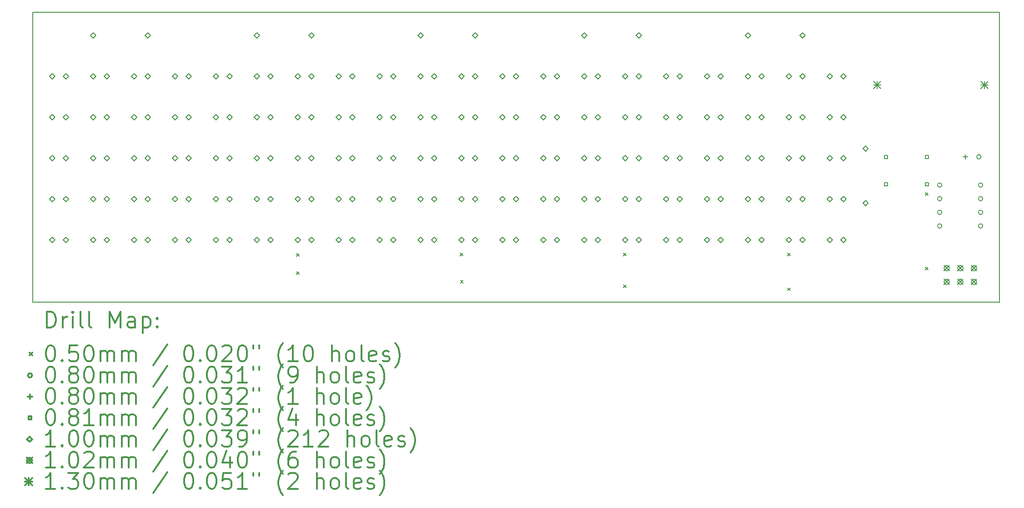
<source format=gbr>
%FSLAX45Y45*%
G04 Gerber Fmt 4.5, Leading zero omitted, Abs format (unit mm)*
G04 Created by KiCad (PCBNEW 4.0.2+dfsg1-stable) date Fri 10 Jun 2016 09:08:28 CEST*
%MOMM*%
G01*
G04 APERTURE LIST*
%ADD10C,0.127000*%
%ADD11C,0.150000*%
%ADD12C,0.200000*%
%ADD13C,0.300000*%
G04 APERTURE END LIST*
D10*
D11*
X24000000Y-6000000D02*
X6000000Y-6000000D01*
X24000000Y-11400000D02*
X24000000Y-6000000D01*
X6000000Y-11400000D02*
X24000000Y-11400000D01*
X6000000Y-6000000D02*
X6000000Y-11400000D01*
D12*
X10915000Y-10495000D02*
X10965000Y-10545000D01*
X10965000Y-10495000D02*
X10915000Y-10545000D01*
X10915000Y-10835000D02*
X10965000Y-10885000D01*
X10965000Y-10835000D02*
X10915000Y-10885000D01*
X13965000Y-10485000D02*
X14015000Y-10535000D01*
X14015000Y-10485000D02*
X13965000Y-10535000D01*
X13966614Y-10994282D02*
X14016614Y-11044282D01*
X14016614Y-10994282D02*
X13966614Y-11044282D01*
X17004052Y-11074151D02*
X17054052Y-11124151D01*
X17054052Y-11074151D02*
X17004052Y-11124151D01*
X17005000Y-10485000D02*
X17055000Y-10535000D01*
X17055000Y-10485000D02*
X17005000Y-10535000D01*
X20055000Y-10485000D02*
X20105000Y-10535000D01*
X20105000Y-10485000D02*
X20055000Y-10535000D01*
X20056392Y-11131925D02*
X20106392Y-11181925D01*
X20106392Y-11131925D02*
X20056392Y-11181925D01*
X22625000Y-9355000D02*
X22675000Y-9405000D01*
X22675000Y-9355000D02*
X22625000Y-9405000D01*
X22625000Y-10745000D02*
X22675000Y-10795000D01*
X22675000Y-10745000D02*
X22625000Y-10795000D01*
X22930000Y-9216000D02*
G75*
G03X22930000Y-9216000I-40000J0D01*
G01*
X22930000Y-9470000D02*
G75*
G03X22930000Y-9470000I-40000J0D01*
G01*
X22930000Y-9724000D02*
G75*
G03X22930000Y-9724000I-40000J0D01*
G01*
X22930000Y-9978000D02*
G75*
G03X22930000Y-9978000I-40000J0D01*
G01*
X23660000Y-8690000D02*
G75*
G03X23660000Y-8690000I-40000J0D01*
G01*
X23692000Y-9216000D02*
G75*
G03X23692000Y-9216000I-40000J0D01*
G01*
X23692000Y-9470000D02*
G75*
G03X23692000Y-9470000I-40000J0D01*
G01*
X23692000Y-9724000D02*
G75*
G03X23692000Y-9724000I-40000J0D01*
G01*
X23692000Y-9978000D02*
G75*
G03X23692000Y-9978000I-40000J0D01*
G01*
X23370000Y-8649995D02*
X23370000Y-8730005D01*
X23329995Y-8690000D02*
X23410005Y-8690000D01*
X21917737Y-8724737D02*
X21917737Y-8667263D01*
X21860263Y-8667263D01*
X21860263Y-8724737D01*
X21917737Y-8724737D01*
X21917737Y-9232737D02*
X21917737Y-9175263D01*
X21860263Y-9175263D01*
X21860263Y-9232737D01*
X21917737Y-9232737D01*
X22679737Y-8724737D02*
X22679737Y-8667263D01*
X22622263Y-8667263D01*
X22622263Y-8724737D01*
X22679737Y-8724737D01*
X22679737Y-9232737D02*
X22679737Y-9175263D01*
X22622263Y-9175263D01*
X22622263Y-9232737D01*
X22679737Y-9232737D01*
X6366000Y-7244038D02*
X6416038Y-7194000D01*
X6366000Y-7143962D01*
X6315962Y-7194000D01*
X6366000Y-7244038D01*
X6366000Y-8006038D02*
X6416038Y-7956000D01*
X6366000Y-7905962D01*
X6315962Y-7956000D01*
X6366000Y-8006038D01*
X6366000Y-8768038D02*
X6416038Y-8718000D01*
X6366000Y-8667962D01*
X6315962Y-8718000D01*
X6366000Y-8768038D01*
X6366000Y-9530038D02*
X6416038Y-9480000D01*
X6366000Y-9429962D01*
X6315962Y-9480000D01*
X6366000Y-9530038D01*
X6366000Y-10292038D02*
X6416038Y-10242000D01*
X6366000Y-10191962D01*
X6315962Y-10242000D01*
X6366000Y-10292038D01*
X6620000Y-7244038D02*
X6670038Y-7194000D01*
X6620000Y-7143962D01*
X6569962Y-7194000D01*
X6620000Y-7244038D01*
X6620000Y-8006038D02*
X6670038Y-7956000D01*
X6620000Y-7905962D01*
X6569962Y-7956000D01*
X6620000Y-8006038D01*
X6620000Y-8768038D02*
X6670038Y-8718000D01*
X6620000Y-8667962D01*
X6569962Y-8718000D01*
X6620000Y-8768038D01*
X6620000Y-9530038D02*
X6670038Y-9480000D01*
X6620000Y-9429962D01*
X6569962Y-9480000D01*
X6620000Y-9530038D01*
X6620000Y-10292038D02*
X6670038Y-10242000D01*
X6620000Y-10191962D01*
X6569962Y-10242000D01*
X6620000Y-10292038D01*
X7128000Y-6482038D02*
X7178038Y-6432000D01*
X7128000Y-6381962D01*
X7077962Y-6432000D01*
X7128000Y-6482038D01*
X7128000Y-7244038D02*
X7178038Y-7194000D01*
X7128000Y-7143962D01*
X7077962Y-7194000D01*
X7128000Y-7244038D01*
X7128000Y-8006038D02*
X7178038Y-7956000D01*
X7128000Y-7905962D01*
X7077962Y-7956000D01*
X7128000Y-8006038D01*
X7128000Y-8768038D02*
X7178038Y-8718000D01*
X7128000Y-8667962D01*
X7077962Y-8718000D01*
X7128000Y-8768038D01*
X7128000Y-9530038D02*
X7178038Y-9480000D01*
X7128000Y-9429962D01*
X7077962Y-9480000D01*
X7128000Y-9530038D01*
X7128000Y-10292038D02*
X7178038Y-10242000D01*
X7128000Y-10191962D01*
X7077962Y-10242000D01*
X7128000Y-10292038D01*
X7382000Y-7244038D02*
X7432038Y-7194000D01*
X7382000Y-7143962D01*
X7331962Y-7194000D01*
X7382000Y-7244038D01*
X7382000Y-8006038D02*
X7432038Y-7956000D01*
X7382000Y-7905962D01*
X7331962Y-7956000D01*
X7382000Y-8006038D01*
X7382000Y-8768038D02*
X7432038Y-8718000D01*
X7382000Y-8667962D01*
X7331962Y-8718000D01*
X7382000Y-8768038D01*
X7382000Y-9530038D02*
X7432038Y-9480000D01*
X7382000Y-9429962D01*
X7331962Y-9480000D01*
X7382000Y-9530038D01*
X7382000Y-10292038D02*
X7432038Y-10242000D01*
X7382000Y-10191962D01*
X7331962Y-10242000D01*
X7382000Y-10292038D01*
X7890000Y-7244038D02*
X7940038Y-7194000D01*
X7890000Y-7143962D01*
X7839962Y-7194000D01*
X7890000Y-7244038D01*
X7890000Y-8006038D02*
X7940038Y-7956000D01*
X7890000Y-7905962D01*
X7839962Y-7956000D01*
X7890000Y-8006038D01*
X7890000Y-8768038D02*
X7940038Y-8718000D01*
X7890000Y-8667962D01*
X7839962Y-8718000D01*
X7890000Y-8768038D01*
X7890000Y-9530038D02*
X7940038Y-9480000D01*
X7890000Y-9429962D01*
X7839962Y-9480000D01*
X7890000Y-9530038D01*
X7890000Y-10292038D02*
X7940038Y-10242000D01*
X7890000Y-10191962D01*
X7839962Y-10242000D01*
X7890000Y-10292038D01*
X8144000Y-6482038D02*
X8194038Y-6432000D01*
X8144000Y-6381962D01*
X8093962Y-6432000D01*
X8144000Y-6482038D01*
X8144000Y-7244038D02*
X8194038Y-7194000D01*
X8144000Y-7143962D01*
X8093962Y-7194000D01*
X8144000Y-7244038D01*
X8144000Y-8006038D02*
X8194038Y-7956000D01*
X8144000Y-7905962D01*
X8093962Y-7956000D01*
X8144000Y-8006038D01*
X8144000Y-8768038D02*
X8194038Y-8718000D01*
X8144000Y-8667962D01*
X8093962Y-8718000D01*
X8144000Y-8768038D01*
X8144000Y-9530038D02*
X8194038Y-9480000D01*
X8144000Y-9429962D01*
X8093962Y-9480000D01*
X8144000Y-9530038D01*
X8144000Y-10292038D02*
X8194038Y-10242000D01*
X8144000Y-10191962D01*
X8093962Y-10242000D01*
X8144000Y-10292038D01*
X8652000Y-7244038D02*
X8702038Y-7194000D01*
X8652000Y-7143962D01*
X8601962Y-7194000D01*
X8652000Y-7244038D01*
X8652000Y-8006038D02*
X8702038Y-7956000D01*
X8652000Y-7905962D01*
X8601962Y-7956000D01*
X8652000Y-8006038D01*
X8652000Y-8768038D02*
X8702038Y-8718000D01*
X8652000Y-8667962D01*
X8601962Y-8718000D01*
X8652000Y-8768038D01*
X8652000Y-9530038D02*
X8702038Y-9480000D01*
X8652000Y-9429962D01*
X8601962Y-9480000D01*
X8652000Y-9530038D01*
X8652000Y-10292038D02*
X8702038Y-10242000D01*
X8652000Y-10191962D01*
X8601962Y-10242000D01*
X8652000Y-10292038D01*
X8906000Y-7244038D02*
X8956038Y-7194000D01*
X8906000Y-7143962D01*
X8855962Y-7194000D01*
X8906000Y-7244038D01*
X8906000Y-8006038D02*
X8956038Y-7956000D01*
X8906000Y-7905962D01*
X8855962Y-7956000D01*
X8906000Y-8006038D01*
X8906000Y-8768038D02*
X8956038Y-8718000D01*
X8906000Y-8667962D01*
X8855962Y-8718000D01*
X8906000Y-8768038D01*
X8906000Y-9530038D02*
X8956038Y-9480000D01*
X8906000Y-9429962D01*
X8855962Y-9480000D01*
X8906000Y-9530038D01*
X8906000Y-10292038D02*
X8956038Y-10242000D01*
X8906000Y-10191962D01*
X8855962Y-10242000D01*
X8906000Y-10292038D01*
X9414000Y-7244038D02*
X9464038Y-7194000D01*
X9414000Y-7143962D01*
X9363962Y-7194000D01*
X9414000Y-7244038D01*
X9414000Y-8006038D02*
X9464038Y-7956000D01*
X9414000Y-7905962D01*
X9363962Y-7956000D01*
X9414000Y-8006038D01*
X9414000Y-8768038D02*
X9464038Y-8718000D01*
X9414000Y-8667962D01*
X9363962Y-8718000D01*
X9414000Y-8768038D01*
X9414000Y-9530038D02*
X9464038Y-9480000D01*
X9414000Y-9429962D01*
X9363962Y-9480000D01*
X9414000Y-9530038D01*
X9414000Y-10292038D02*
X9464038Y-10242000D01*
X9414000Y-10191962D01*
X9363962Y-10242000D01*
X9414000Y-10292038D01*
X9668000Y-7244038D02*
X9718038Y-7194000D01*
X9668000Y-7143962D01*
X9617962Y-7194000D01*
X9668000Y-7244038D01*
X9668000Y-8006038D02*
X9718038Y-7956000D01*
X9668000Y-7905962D01*
X9617962Y-7956000D01*
X9668000Y-8006038D01*
X9668000Y-8768038D02*
X9718038Y-8718000D01*
X9668000Y-8667962D01*
X9617962Y-8718000D01*
X9668000Y-8768038D01*
X9668000Y-9530038D02*
X9718038Y-9480000D01*
X9668000Y-9429962D01*
X9617962Y-9480000D01*
X9668000Y-9530038D01*
X9668000Y-10292038D02*
X9718038Y-10242000D01*
X9668000Y-10191962D01*
X9617962Y-10242000D01*
X9668000Y-10292038D01*
X10176000Y-6482038D02*
X10226038Y-6432000D01*
X10176000Y-6381962D01*
X10125962Y-6432000D01*
X10176000Y-6482038D01*
X10176000Y-7244038D02*
X10226038Y-7194000D01*
X10176000Y-7143962D01*
X10125962Y-7194000D01*
X10176000Y-7244038D01*
X10176000Y-8006038D02*
X10226038Y-7956000D01*
X10176000Y-7905962D01*
X10125962Y-7956000D01*
X10176000Y-8006038D01*
X10176000Y-8768038D02*
X10226038Y-8718000D01*
X10176000Y-8667962D01*
X10125962Y-8718000D01*
X10176000Y-8768038D01*
X10176000Y-9530038D02*
X10226038Y-9480000D01*
X10176000Y-9429962D01*
X10125962Y-9480000D01*
X10176000Y-9530038D01*
X10176000Y-10292038D02*
X10226038Y-10242000D01*
X10176000Y-10191962D01*
X10125962Y-10242000D01*
X10176000Y-10292038D01*
X10430000Y-7244038D02*
X10480038Y-7194000D01*
X10430000Y-7143962D01*
X10379962Y-7194000D01*
X10430000Y-7244038D01*
X10430000Y-8006038D02*
X10480038Y-7956000D01*
X10430000Y-7905962D01*
X10379962Y-7956000D01*
X10430000Y-8006038D01*
X10430000Y-8768038D02*
X10480038Y-8718000D01*
X10430000Y-8667962D01*
X10379962Y-8718000D01*
X10430000Y-8768038D01*
X10430000Y-9530038D02*
X10480038Y-9480000D01*
X10430000Y-9429962D01*
X10379962Y-9480000D01*
X10430000Y-9530038D01*
X10430000Y-10292038D02*
X10480038Y-10242000D01*
X10430000Y-10191962D01*
X10379962Y-10242000D01*
X10430000Y-10292038D01*
X10938000Y-7244038D02*
X10988038Y-7194000D01*
X10938000Y-7143962D01*
X10887962Y-7194000D01*
X10938000Y-7244038D01*
X10938000Y-8006038D02*
X10988038Y-7956000D01*
X10938000Y-7905962D01*
X10887962Y-7956000D01*
X10938000Y-8006038D01*
X10938000Y-8768038D02*
X10988038Y-8718000D01*
X10938000Y-8667962D01*
X10887962Y-8718000D01*
X10938000Y-8768038D01*
X10938000Y-9530038D02*
X10988038Y-9480000D01*
X10938000Y-9429962D01*
X10887962Y-9480000D01*
X10938000Y-9530038D01*
X10938000Y-10292038D02*
X10988038Y-10242000D01*
X10938000Y-10191962D01*
X10887962Y-10242000D01*
X10938000Y-10292038D01*
X11192000Y-6482038D02*
X11242038Y-6432000D01*
X11192000Y-6381962D01*
X11141962Y-6432000D01*
X11192000Y-6482038D01*
X11192000Y-7244038D02*
X11242038Y-7194000D01*
X11192000Y-7143962D01*
X11141962Y-7194000D01*
X11192000Y-7244038D01*
X11192000Y-8006038D02*
X11242038Y-7956000D01*
X11192000Y-7905962D01*
X11141962Y-7956000D01*
X11192000Y-8006038D01*
X11192000Y-8768038D02*
X11242038Y-8718000D01*
X11192000Y-8667962D01*
X11141962Y-8718000D01*
X11192000Y-8768038D01*
X11192000Y-9530038D02*
X11242038Y-9480000D01*
X11192000Y-9429962D01*
X11141962Y-9480000D01*
X11192000Y-9530038D01*
X11192000Y-10292038D02*
X11242038Y-10242000D01*
X11192000Y-10191962D01*
X11141962Y-10242000D01*
X11192000Y-10292038D01*
X11700000Y-7244038D02*
X11750038Y-7194000D01*
X11700000Y-7143962D01*
X11649962Y-7194000D01*
X11700000Y-7244038D01*
X11700000Y-8006038D02*
X11750038Y-7956000D01*
X11700000Y-7905962D01*
X11649962Y-7956000D01*
X11700000Y-8006038D01*
X11700000Y-8768038D02*
X11750038Y-8718000D01*
X11700000Y-8667962D01*
X11649962Y-8718000D01*
X11700000Y-8768038D01*
X11700000Y-9530038D02*
X11750038Y-9480000D01*
X11700000Y-9429962D01*
X11649962Y-9480000D01*
X11700000Y-9530038D01*
X11700000Y-10292038D02*
X11750038Y-10242000D01*
X11700000Y-10191962D01*
X11649962Y-10242000D01*
X11700000Y-10292038D01*
X11954000Y-7244038D02*
X12004038Y-7194000D01*
X11954000Y-7143962D01*
X11903962Y-7194000D01*
X11954000Y-7244038D01*
X11954000Y-8006038D02*
X12004038Y-7956000D01*
X11954000Y-7905962D01*
X11903962Y-7956000D01*
X11954000Y-8006038D01*
X11954000Y-8768038D02*
X12004038Y-8718000D01*
X11954000Y-8667962D01*
X11903962Y-8718000D01*
X11954000Y-8768038D01*
X11954000Y-9530038D02*
X12004038Y-9480000D01*
X11954000Y-9429962D01*
X11903962Y-9480000D01*
X11954000Y-9530038D01*
X11954000Y-10292038D02*
X12004038Y-10242000D01*
X11954000Y-10191962D01*
X11903962Y-10242000D01*
X11954000Y-10292038D01*
X12462000Y-7244038D02*
X12512038Y-7194000D01*
X12462000Y-7143962D01*
X12411962Y-7194000D01*
X12462000Y-7244038D01*
X12462000Y-8006038D02*
X12512038Y-7956000D01*
X12462000Y-7905962D01*
X12411962Y-7956000D01*
X12462000Y-8006038D01*
X12462000Y-8768038D02*
X12512038Y-8718000D01*
X12462000Y-8667962D01*
X12411962Y-8718000D01*
X12462000Y-8768038D01*
X12462000Y-9530038D02*
X12512038Y-9480000D01*
X12462000Y-9429962D01*
X12411962Y-9480000D01*
X12462000Y-9530038D01*
X12462000Y-10292038D02*
X12512038Y-10242000D01*
X12462000Y-10191962D01*
X12411962Y-10242000D01*
X12462000Y-10292038D01*
X12716000Y-7244038D02*
X12766038Y-7194000D01*
X12716000Y-7143962D01*
X12665962Y-7194000D01*
X12716000Y-7244038D01*
X12716000Y-8006038D02*
X12766038Y-7956000D01*
X12716000Y-7905962D01*
X12665962Y-7956000D01*
X12716000Y-8006038D01*
X12716000Y-8768038D02*
X12766038Y-8718000D01*
X12716000Y-8667962D01*
X12665962Y-8718000D01*
X12716000Y-8768038D01*
X12716000Y-9530038D02*
X12766038Y-9480000D01*
X12716000Y-9429962D01*
X12665962Y-9480000D01*
X12716000Y-9530038D01*
X12716000Y-10292038D02*
X12766038Y-10242000D01*
X12716000Y-10191962D01*
X12665962Y-10242000D01*
X12716000Y-10292038D01*
X13224000Y-6482038D02*
X13274038Y-6432000D01*
X13224000Y-6381962D01*
X13173962Y-6432000D01*
X13224000Y-6482038D01*
X13224000Y-7244038D02*
X13274038Y-7194000D01*
X13224000Y-7143962D01*
X13173962Y-7194000D01*
X13224000Y-7244038D01*
X13224000Y-8006038D02*
X13274038Y-7956000D01*
X13224000Y-7905962D01*
X13173962Y-7956000D01*
X13224000Y-8006038D01*
X13224000Y-8768038D02*
X13274038Y-8718000D01*
X13224000Y-8667962D01*
X13173962Y-8718000D01*
X13224000Y-8768038D01*
X13224000Y-9530038D02*
X13274038Y-9480000D01*
X13224000Y-9429962D01*
X13173962Y-9480000D01*
X13224000Y-9530038D01*
X13224000Y-10292038D02*
X13274038Y-10242000D01*
X13224000Y-10191962D01*
X13173962Y-10242000D01*
X13224000Y-10292038D01*
X13478000Y-7244038D02*
X13528038Y-7194000D01*
X13478000Y-7143962D01*
X13427962Y-7194000D01*
X13478000Y-7244038D01*
X13478000Y-8006038D02*
X13528038Y-7956000D01*
X13478000Y-7905962D01*
X13427962Y-7956000D01*
X13478000Y-8006038D01*
X13478000Y-8768038D02*
X13528038Y-8718000D01*
X13478000Y-8667962D01*
X13427962Y-8718000D01*
X13478000Y-8768038D01*
X13478000Y-9530038D02*
X13528038Y-9480000D01*
X13478000Y-9429962D01*
X13427962Y-9480000D01*
X13478000Y-9530038D01*
X13478000Y-10292038D02*
X13528038Y-10242000D01*
X13478000Y-10191962D01*
X13427962Y-10242000D01*
X13478000Y-10292038D01*
X13986000Y-7244038D02*
X14036038Y-7194000D01*
X13986000Y-7143962D01*
X13935962Y-7194000D01*
X13986000Y-7244038D01*
X13986000Y-8006038D02*
X14036038Y-7956000D01*
X13986000Y-7905962D01*
X13935962Y-7956000D01*
X13986000Y-8006038D01*
X13986000Y-8768038D02*
X14036038Y-8718000D01*
X13986000Y-8667962D01*
X13935962Y-8718000D01*
X13986000Y-8768038D01*
X13986000Y-9530038D02*
X14036038Y-9480000D01*
X13986000Y-9429962D01*
X13935962Y-9480000D01*
X13986000Y-9530038D01*
X13986000Y-10292038D02*
X14036038Y-10242000D01*
X13986000Y-10191962D01*
X13935962Y-10242000D01*
X13986000Y-10292038D01*
X14240000Y-6482038D02*
X14290038Y-6432000D01*
X14240000Y-6381962D01*
X14189962Y-6432000D01*
X14240000Y-6482038D01*
X14240000Y-7244038D02*
X14290038Y-7194000D01*
X14240000Y-7143962D01*
X14189962Y-7194000D01*
X14240000Y-7244038D01*
X14240000Y-8006038D02*
X14290038Y-7956000D01*
X14240000Y-7905962D01*
X14189962Y-7956000D01*
X14240000Y-8006038D01*
X14240000Y-8768038D02*
X14290038Y-8718000D01*
X14240000Y-8667962D01*
X14189962Y-8718000D01*
X14240000Y-8768038D01*
X14240000Y-9530038D02*
X14290038Y-9480000D01*
X14240000Y-9429962D01*
X14189962Y-9480000D01*
X14240000Y-9530038D01*
X14240000Y-10292038D02*
X14290038Y-10242000D01*
X14240000Y-10191962D01*
X14189962Y-10242000D01*
X14240000Y-10292038D01*
X14748000Y-7244038D02*
X14798038Y-7194000D01*
X14748000Y-7143962D01*
X14697962Y-7194000D01*
X14748000Y-7244038D01*
X14748000Y-8006038D02*
X14798038Y-7956000D01*
X14748000Y-7905962D01*
X14697962Y-7956000D01*
X14748000Y-8006038D01*
X14748000Y-8768038D02*
X14798038Y-8718000D01*
X14748000Y-8667962D01*
X14697962Y-8718000D01*
X14748000Y-8768038D01*
X14748000Y-9530038D02*
X14798038Y-9480000D01*
X14748000Y-9429962D01*
X14697962Y-9480000D01*
X14748000Y-9530038D01*
X14748000Y-10292038D02*
X14798038Y-10242000D01*
X14748000Y-10191962D01*
X14697962Y-10242000D01*
X14748000Y-10292038D01*
X15002000Y-7244038D02*
X15052038Y-7194000D01*
X15002000Y-7143962D01*
X14951962Y-7194000D01*
X15002000Y-7244038D01*
X15002000Y-8006038D02*
X15052038Y-7956000D01*
X15002000Y-7905962D01*
X14951962Y-7956000D01*
X15002000Y-8006038D01*
X15002000Y-8768038D02*
X15052038Y-8718000D01*
X15002000Y-8667962D01*
X14951962Y-8718000D01*
X15002000Y-8768038D01*
X15002000Y-9530038D02*
X15052038Y-9480000D01*
X15002000Y-9429962D01*
X14951962Y-9480000D01*
X15002000Y-9530038D01*
X15002000Y-10292038D02*
X15052038Y-10242000D01*
X15002000Y-10191962D01*
X14951962Y-10242000D01*
X15002000Y-10292038D01*
X15510000Y-7244038D02*
X15560038Y-7194000D01*
X15510000Y-7143962D01*
X15459962Y-7194000D01*
X15510000Y-7244038D01*
X15510000Y-8006038D02*
X15560038Y-7956000D01*
X15510000Y-7905962D01*
X15459962Y-7956000D01*
X15510000Y-8006038D01*
X15510000Y-8768038D02*
X15560038Y-8718000D01*
X15510000Y-8667962D01*
X15459962Y-8718000D01*
X15510000Y-8768038D01*
X15510000Y-9530038D02*
X15560038Y-9480000D01*
X15510000Y-9429962D01*
X15459962Y-9480000D01*
X15510000Y-9530038D01*
X15510000Y-10292038D02*
X15560038Y-10242000D01*
X15510000Y-10191962D01*
X15459962Y-10242000D01*
X15510000Y-10292038D01*
X15764000Y-7244038D02*
X15814038Y-7194000D01*
X15764000Y-7143962D01*
X15713962Y-7194000D01*
X15764000Y-7244038D01*
X15764000Y-8006038D02*
X15814038Y-7956000D01*
X15764000Y-7905962D01*
X15713962Y-7956000D01*
X15764000Y-8006038D01*
X15764000Y-8768038D02*
X15814038Y-8718000D01*
X15764000Y-8667962D01*
X15713962Y-8718000D01*
X15764000Y-8768038D01*
X15764000Y-9530038D02*
X15814038Y-9480000D01*
X15764000Y-9429962D01*
X15713962Y-9480000D01*
X15764000Y-9530038D01*
X15764000Y-10292038D02*
X15814038Y-10242000D01*
X15764000Y-10191962D01*
X15713962Y-10242000D01*
X15764000Y-10292038D01*
X16272000Y-6482038D02*
X16322038Y-6432000D01*
X16272000Y-6381962D01*
X16221962Y-6432000D01*
X16272000Y-6482038D01*
X16272000Y-7244038D02*
X16322038Y-7194000D01*
X16272000Y-7143962D01*
X16221962Y-7194000D01*
X16272000Y-7244038D01*
X16272000Y-8006038D02*
X16322038Y-7956000D01*
X16272000Y-7905962D01*
X16221962Y-7956000D01*
X16272000Y-8006038D01*
X16272000Y-8768038D02*
X16322038Y-8718000D01*
X16272000Y-8667962D01*
X16221962Y-8718000D01*
X16272000Y-8768038D01*
X16272000Y-9530038D02*
X16322038Y-9480000D01*
X16272000Y-9429962D01*
X16221962Y-9480000D01*
X16272000Y-9530038D01*
X16272000Y-10292038D02*
X16322038Y-10242000D01*
X16272000Y-10191962D01*
X16221962Y-10242000D01*
X16272000Y-10292038D01*
X16526000Y-7244038D02*
X16576038Y-7194000D01*
X16526000Y-7143962D01*
X16475962Y-7194000D01*
X16526000Y-7244038D01*
X16526000Y-8006038D02*
X16576038Y-7956000D01*
X16526000Y-7905962D01*
X16475962Y-7956000D01*
X16526000Y-8006038D01*
X16526000Y-8768038D02*
X16576038Y-8718000D01*
X16526000Y-8667962D01*
X16475962Y-8718000D01*
X16526000Y-8768038D01*
X16526000Y-9530038D02*
X16576038Y-9480000D01*
X16526000Y-9429962D01*
X16475962Y-9480000D01*
X16526000Y-9530038D01*
X16526000Y-10292038D02*
X16576038Y-10242000D01*
X16526000Y-10191962D01*
X16475962Y-10242000D01*
X16526000Y-10292038D01*
X17034000Y-7244038D02*
X17084038Y-7194000D01*
X17034000Y-7143962D01*
X16983962Y-7194000D01*
X17034000Y-7244038D01*
X17034000Y-8006038D02*
X17084038Y-7956000D01*
X17034000Y-7905962D01*
X16983962Y-7956000D01*
X17034000Y-8006038D01*
X17034000Y-8768038D02*
X17084038Y-8718000D01*
X17034000Y-8667962D01*
X16983962Y-8718000D01*
X17034000Y-8768038D01*
X17034000Y-9530038D02*
X17084038Y-9480000D01*
X17034000Y-9429962D01*
X16983962Y-9480000D01*
X17034000Y-9530038D01*
X17034000Y-10292038D02*
X17084038Y-10242000D01*
X17034000Y-10191962D01*
X16983962Y-10242000D01*
X17034000Y-10292038D01*
X17288000Y-6482038D02*
X17338038Y-6432000D01*
X17288000Y-6381962D01*
X17237962Y-6432000D01*
X17288000Y-6482038D01*
X17288000Y-7244038D02*
X17338038Y-7194000D01*
X17288000Y-7143962D01*
X17237962Y-7194000D01*
X17288000Y-7244038D01*
X17288000Y-8006038D02*
X17338038Y-7956000D01*
X17288000Y-7905962D01*
X17237962Y-7956000D01*
X17288000Y-8006038D01*
X17288000Y-8768038D02*
X17338038Y-8718000D01*
X17288000Y-8667962D01*
X17237962Y-8718000D01*
X17288000Y-8768038D01*
X17288000Y-9530038D02*
X17338038Y-9480000D01*
X17288000Y-9429962D01*
X17237962Y-9480000D01*
X17288000Y-9530038D01*
X17288000Y-10292038D02*
X17338038Y-10242000D01*
X17288000Y-10191962D01*
X17237962Y-10242000D01*
X17288000Y-10292038D01*
X17796000Y-7244038D02*
X17846038Y-7194000D01*
X17796000Y-7143962D01*
X17745962Y-7194000D01*
X17796000Y-7244038D01*
X17796000Y-8006038D02*
X17846038Y-7956000D01*
X17796000Y-7905962D01*
X17745962Y-7956000D01*
X17796000Y-8006038D01*
X17796000Y-8768038D02*
X17846038Y-8718000D01*
X17796000Y-8667962D01*
X17745962Y-8718000D01*
X17796000Y-8768038D01*
X17796000Y-9530038D02*
X17846038Y-9480000D01*
X17796000Y-9429962D01*
X17745962Y-9480000D01*
X17796000Y-9530038D01*
X17796000Y-10292038D02*
X17846038Y-10242000D01*
X17796000Y-10191962D01*
X17745962Y-10242000D01*
X17796000Y-10292038D01*
X18050000Y-7244038D02*
X18100038Y-7194000D01*
X18050000Y-7143962D01*
X17999962Y-7194000D01*
X18050000Y-7244038D01*
X18050000Y-8006038D02*
X18100038Y-7956000D01*
X18050000Y-7905962D01*
X17999962Y-7956000D01*
X18050000Y-8006038D01*
X18050000Y-8768038D02*
X18100038Y-8718000D01*
X18050000Y-8667962D01*
X17999962Y-8718000D01*
X18050000Y-8768038D01*
X18050000Y-9530038D02*
X18100038Y-9480000D01*
X18050000Y-9429962D01*
X17999962Y-9480000D01*
X18050000Y-9530038D01*
X18050000Y-10292038D02*
X18100038Y-10242000D01*
X18050000Y-10191962D01*
X17999962Y-10242000D01*
X18050000Y-10292038D01*
X18558000Y-7244038D02*
X18608038Y-7194000D01*
X18558000Y-7143962D01*
X18507962Y-7194000D01*
X18558000Y-7244038D01*
X18558000Y-8006038D02*
X18608038Y-7956000D01*
X18558000Y-7905962D01*
X18507962Y-7956000D01*
X18558000Y-8006038D01*
X18558000Y-8768038D02*
X18608038Y-8718000D01*
X18558000Y-8667962D01*
X18507962Y-8718000D01*
X18558000Y-8768038D01*
X18558000Y-9530038D02*
X18608038Y-9480000D01*
X18558000Y-9429962D01*
X18507962Y-9480000D01*
X18558000Y-9530038D01*
X18558000Y-10292038D02*
X18608038Y-10242000D01*
X18558000Y-10191962D01*
X18507962Y-10242000D01*
X18558000Y-10292038D01*
X18812000Y-7244038D02*
X18862038Y-7194000D01*
X18812000Y-7143962D01*
X18761962Y-7194000D01*
X18812000Y-7244038D01*
X18812000Y-8006038D02*
X18862038Y-7956000D01*
X18812000Y-7905962D01*
X18761962Y-7956000D01*
X18812000Y-8006038D01*
X18812000Y-8768038D02*
X18862038Y-8718000D01*
X18812000Y-8667962D01*
X18761962Y-8718000D01*
X18812000Y-8768038D01*
X18812000Y-9530038D02*
X18862038Y-9480000D01*
X18812000Y-9429962D01*
X18761962Y-9480000D01*
X18812000Y-9530038D01*
X18812000Y-10292038D02*
X18862038Y-10242000D01*
X18812000Y-10191962D01*
X18761962Y-10242000D01*
X18812000Y-10292038D01*
X19320000Y-6482038D02*
X19370038Y-6432000D01*
X19320000Y-6381962D01*
X19269962Y-6432000D01*
X19320000Y-6482038D01*
X19320000Y-7244038D02*
X19370038Y-7194000D01*
X19320000Y-7143962D01*
X19269962Y-7194000D01*
X19320000Y-7244038D01*
X19320000Y-8006038D02*
X19370038Y-7956000D01*
X19320000Y-7905962D01*
X19269962Y-7956000D01*
X19320000Y-8006038D01*
X19320000Y-8768038D02*
X19370038Y-8718000D01*
X19320000Y-8667962D01*
X19269962Y-8718000D01*
X19320000Y-8768038D01*
X19320000Y-9530038D02*
X19370038Y-9480000D01*
X19320000Y-9429962D01*
X19269962Y-9480000D01*
X19320000Y-9530038D01*
X19320000Y-10292038D02*
X19370038Y-10242000D01*
X19320000Y-10191962D01*
X19269962Y-10242000D01*
X19320000Y-10292038D01*
X19574000Y-7244038D02*
X19624038Y-7194000D01*
X19574000Y-7143962D01*
X19523962Y-7194000D01*
X19574000Y-7244038D01*
X19574000Y-8006038D02*
X19624038Y-7956000D01*
X19574000Y-7905962D01*
X19523962Y-7956000D01*
X19574000Y-8006038D01*
X19574000Y-8768038D02*
X19624038Y-8718000D01*
X19574000Y-8667962D01*
X19523962Y-8718000D01*
X19574000Y-8768038D01*
X19574000Y-9530038D02*
X19624038Y-9480000D01*
X19574000Y-9429962D01*
X19523962Y-9480000D01*
X19574000Y-9530038D01*
X19574000Y-10292038D02*
X19624038Y-10242000D01*
X19574000Y-10191962D01*
X19523962Y-10242000D01*
X19574000Y-10292038D01*
X20082000Y-7244038D02*
X20132038Y-7194000D01*
X20082000Y-7143962D01*
X20031962Y-7194000D01*
X20082000Y-7244038D01*
X20082000Y-8006038D02*
X20132038Y-7956000D01*
X20082000Y-7905962D01*
X20031962Y-7956000D01*
X20082000Y-8006038D01*
X20082000Y-8768038D02*
X20132038Y-8718000D01*
X20082000Y-8667962D01*
X20031962Y-8718000D01*
X20082000Y-8768038D01*
X20082000Y-9530038D02*
X20132038Y-9480000D01*
X20082000Y-9429962D01*
X20031962Y-9480000D01*
X20082000Y-9530038D01*
X20082000Y-10292038D02*
X20132038Y-10242000D01*
X20082000Y-10191962D01*
X20031962Y-10242000D01*
X20082000Y-10292038D01*
X20336000Y-6482038D02*
X20386038Y-6432000D01*
X20336000Y-6381962D01*
X20285962Y-6432000D01*
X20336000Y-6482038D01*
X20336000Y-7244038D02*
X20386038Y-7194000D01*
X20336000Y-7143962D01*
X20285962Y-7194000D01*
X20336000Y-7244038D01*
X20336000Y-8006038D02*
X20386038Y-7956000D01*
X20336000Y-7905962D01*
X20285962Y-7956000D01*
X20336000Y-8006038D01*
X20336000Y-8768038D02*
X20386038Y-8718000D01*
X20336000Y-8667962D01*
X20285962Y-8718000D01*
X20336000Y-8768038D01*
X20336000Y-9530038D02*
X20386038Y-9480000D01*
X20336000Y-9429962D01*
X20285962Y-9480000D01*
X20336000Y-9530038D01*
X20336000Y-10292038D02*
X20386038Y-10242000D01*
X20336000Y-10191962D01*
X20285962Y-10242000D01*
X20336000Y-10292038D01*
X20844000Y-7244038D02*
X20894038Y-7194000D01*
X20844000Y-7143962D01*
X20793962Y-7194000D01*
X20844000Y-7244038D01*
X20844000Y-8006038D02*
X20894038Y-7956000D01*
X20844000Y-7905962D01*
X20793962Y-7956000D01*
X20844000Y-8006038D01*
X20844000Y-8768038D02*
X20894038Y-8718000D01*
X20844000Y-8667962D01*
X20793962Y-8718000D01*
X20844000Y-8768038D01*
X20844000Y-9530038D02*
X20894038Y-9480000D01*
X20844000Y-9429962D01*
X20793962Y-9480000D01*
X20844000Y-9530038D01*
X20844000Y-10292038D02*
X20894038Y-10242000D01*
X20844000Y-10191962D01*
X20793962Y-10242000D01*
X20844000Y-10292038D01*
X21098000Y-7244038D02*
X21148038Y-7194000D01*
X21098000Y-7143962D01*
X21047962Y-7194000D01*
X21098000Y-7244038D01*
X21098000Y-8006038D02*
X21148038Y-7956000D01*
X21098000Y-7905962D01*
X21047962Y-7956000D01*
X21098000Y-8006038D01*
X21098000Y-8768038D02*
X21148038Y-8718000D01*
X21098000Y-8667962D01*
X21047962Y-8718000D01*
X21098000Y-8768038D01*
X21098000Y-9530038D02*
X21148038Y-9480000D01*
X21098000Y-9429962D01*
X21047962Y-9480000D01*
X21098000Y-9530038D01*
X21098000Y-10292038D02*
X21148038Y-10242000D01*
X21098000Y-10191962D01*
X21047962Y-10242000D01*
X21098000Y-10292038D01*
X21510000Y-8590038D02*
X21560038Y-8540000D01*
X21510000Y-8489962D01*
X21459962Y-8540000D01*
X21510000Y-8590038D01*
X21510000Y-9606038D02*
X21560038Y-9556000D01*
X21510000Y-9505962D01*
X21459962Y-9556000D01*
X21510000Y-9606038D01*
X22971200Y-10715200D02*
X23072800Y-10816800D01*
X23072800Y-10715200D02*
X22971200Y-10816800D01*
X23072800Y-10766000D02*
G75*
G03X23072800Y-10766000I-50800J0D01*
G01*
X22971200Y-10969200D02*
X23072800Y-11070800D01*
X23072800Y-10969200D02*
X22971200Y-11070800D01*
X23072800Y-11020000D02*
G75*
G03X23072800Y-11020000I-50800J0D01*
G01*
X23225200Y-10715200D02*
X23326800Y-10816800D01*
X23326800Y-10715200D02*
X23225200Y-10816800D01*
X23326800Y-10766000D02*
G75*
G03X23326800Y-10766000I-50800J0D01*
G01*
X23225200Y-10969200D02*
X23326800Y-11070800D01*
X23326800Y-10969200D02*
X23225200Y-11070800D01*
X23326800Y-11020000D02*
G75*
G03X23326800Y-11020000I-50800J0D01*
G01*
X23479200Y-10715200D02*
X23580800Y-10816800D01*
X23580800Y-10715200D02*
X23479200Y-10816800D01*
X23580800Y-10766000D02*
G75*
G03X23580800Y-10766000I-50800J0D01*
G01*
X23479200Y-10969200D02*
X23580800Y-11070800D01*
X23580800Y-10969200D02*
X23479200Y-11070800D01*
X23580800Y-11020000D02*
G75*
G03X23580800Y-11020000I-50800J0D01*
G01*
X21660000Y-7285000D02*
X21790000Y-7415000D01*
X21790000Y-7285000D02*
X21660000Y-7415000D01*
X21725000Y-7285000D02*
X21725000Y-7415000D01*
X21660000Y-7350000D02*
X21790000Y-7350000D01*
X23660000Y-7285000D02*
X23790000Y-7415000D01*
X23790000Y-7285000D02*
X23660000Y-7415000D01*
X23725000Y-7285000D02*
X23725000Y-7415000D01*
X23660000Y-7350000D02*
X23790000Y-7350000D01*
D13*
X6263928Y-11873214D02*
X6263928Y-11573214D01*
X6335357Y-11573214D01*
X6378214Y-11587500D01*
X6406786Y-11616071D01*
X6421071Y-11644643D01*
X6435357Y-11701786D01*
X6435357Y-11744643D01*
X6421071Y-11801786D01*
X6406786Y-11830357D01*
X6378214Y-11858929D01*
X6335357Y-11873214D01*
X6263928Y-11873214D01*
X6563928Y-11873214D02*
X6563928Y-11673214D01*
X6563928Y-11730357D02*
X6578214Y-11701786D01*
X6592500Y-11687500D01*
X6621071Y-11673214D01*
X6649643Y-11673214D01*
X6749643Y-11873214D02*
X6749643Y-11673214D01*
X6749643Y-11573214D02*
X6735357Y-11587500D01*
X6749643Y-11601786D01*
X6763928Y-11587500D01*
X6749643Y-11573214D01*
X6749643Y-11601786D01*
X6935357Y-11873214D02*
X6906786Y-11858929D01*
X6892500Y-11830357D01*
X6892500Y-11573214D01*
X7092500Y-11873214D02*
X7063928Y-11858929D01*
X7049643Y-11830357D01*
X7049643Y-11573214D01*
X7435357Y-11873214D02*
X7435357Y-11573214D01*
X7535357Y-11787500D01*
X7635357Y-11573214D01*
X7635357Y-11873214D01*
X7906786Y-11873214D02*
X7906786Y-11716071D01*
X7892500Y-11687500D01*
X7863928Y-11673214D01*
X7806786Y-11673214D01*
X7778214Y-11687500D01*
X7906786Y-11858929D02*
X7878214Y-11873214D01*
X7806786Y-11873214D01*
X7778214Y-11858929D01*
X7763928Y-11830357D01*
X7763928Y-11801786D01*
X7778214Y-11773214D01*
X7806786Y-11758929D01*
X7878214Y-11758929D01*
X7906786Y-11744643D01*
X8049643Y-11673214D02*
X8049643Y-11973214D01*
X8049643Y-11687500D02*
X8078214Y-11673214D01*
X8135357Y-11673214D01*
X8163928Y-11687500D01*
X8178214Y-11701786D01*
X8192500Y-11730357D01*
X8192500Y-11816071D01*
X8178214Y-11844643D01*
X8163928Y-11858929D01*
X8135357Y-11873214D01*
X8078214Y-11873214D01*
X8049643Y-11858929D01*
X8321071Y-11844643D02*
X8335357Y-11858929D01*
X8321071Y-11873214D01*
X8306786Y-11858929D01*
X8321071Y-11844643D01*
X8321071Y-11873214D01*
X8321071Y-11687500D02*
X8335357Y-11701786D01*
X8321071Y-11716071D01*
X8306786Y-11701786D01*
X8321071Y-11687500D01*
X8321071Y-11716071D01*
X5942500Y-12342500D02*
X5992500Y-12392500D01*
X5992500Y-12342500D02*
X5942500Y-12392500D01*
X6321071Y-12203214D02*
X6349643Y-12203214D01*
X6378214Y-12217500D01*
X6392500Y-12231786D01*
X6406786Y-12260357D01*
X6421071Y-12317500D01*
X6421071Y-12388929D01*
X6406786Y-12446071D01*
X6392500Y-12474643D01*
X6378214Y-12488929D01*
X6349643Y-12503214D01*
X6321071Y-12503214D01*
X6292500Y-12488929D01*
X6278214Y-12474643D01*
X6263928Y-12446071D01*
X6249643Y-12388929D01*
X6249643Y-12317500D01*
X6263928Y-12260357D01*
X6278214Y-12231786D01*
X6292500Y-12217500D01*
X6321071Y-12203214D01*
X6549643Y-12474643D02*
X6563928Y-12488929D01*
X6549643Y-12503214D01*
X6535357Y-12488929D01*
X6549643Y-12474643D01*
X6549643Y-12503214D01*
X6835357Y-12203214D02*
X6692500Y-12203214D01*
X6678214Y-12346071D01*
X6692500Y-12331786D01*
X6721071Y-12317500D01*
X6792500Y-12317500D01*
X6821071Y-12331786D01*
X6835357Y-12346071D01*
X6849643Y-12374643D01*
X6849643Y-12446071D01*
X6835357Y-12474643D01*
X6821071Y-12488929D01*
X6792500Y-12503214D01*
X6721071Y-12503214D01*
X6692500Y-12488929D01*
X6678214Y-12474643D01*
X7035357Y-12203214D02*
X7063928Y-12203214D01*
X7092500Y-12217500D01*
X7106786Y-12231786D01*
X7121071Y-12260357D01*
X7135357Y-12317500D01*
X7135357Y-12388929D01*
X7121071Y-12446071D01*
X7106786Y-12474643D01*
X7092500Y-12488929D01*
X7063928Y-12503214D01*
X7035357Y-12503214D01*
X7006786Y-12488929D01*
X6992500Y-12474643D01*
X6978214Y-12446071D01*
X6963928Y-12388929D01*
X6963928Y-12317500D01*
X6978214Y-12260357D01*
X6992500Y-12231786D01*
X7006786Y-12217500D01*
X7035357Y-12203214D01*
X7263928Y-12503214D02*
X7263928Y-12303214D01*
X7263928Y-12331786D02*
X7278214Y-12317500D01*
X7306786Y-12303214D01*
X7349643Y-12303214D01*
X7378214Y-12317500D01*
X7392500Y-12346071D01*
X7392500Y-12503214D01*
X7392500Y-12346071D02*
X7406786Y-12317500D01*
X7435357Y-12303214D01*
X7478214Y-12303214D01*
X7506786Y-12317500D01*
X7521071Y-12346071D01*
X7521071Y-12503214D01*
X7663928Y-12503214D02*
X7663928Y-12303214D01*
X7663928Y-12331786D02*
X7678214Y-12317500D01*
X7706786Y-12303214D01*
X7749643Y-12303214D01*
X7778214Y-12317500D01*
X7792500Y-12346071D01*
X7792500Y-12503214D01*
X7792500Y-12346071D02*
X7806786Y-12317500D01*
X7835357Y-12303214D01*
X7878214Y-12303214D01*
X7906786Y-12317500D01*
X7921071Y-12346071D01*
X7921071Y-12503214D01*
X8506786Y-12188929D02*
X8249643Y-12574643D01*
X8892500Y-12203214D02*
X8921071Y-12203214D01*
X8949643Y-12217500D01*
X8963928Y-12231786D01*
X8978214Y-12260357D01*
X8992500Y-12317500D01*
X8992500Y-12388929D01*
X8978214Y-12446071D01*
X8963928Y-12474643D01*
X8949643Y-12488929D01*
X8921071Y-12503214D01*
X8892500Y-12503214D01*
X8863928Y-12488929D01*
X8849643Y-12474643D01*
X8835357Y-12446071D01*
X8821071Y-12388929D01*
X8821071Y-12317500D01*
X8835357Y-12260357D01*
X8849643Y-12231786D01*
X8863928Y-12217500D01*
X8892500Y-12203214D01*
X9121071Y-12474643D02*
X9135357Y-12488929D01*
X9121071Y-12503214D01*
X9106786Y-12488929D01*
X9121071Y-12474643D01*
X9121071Y-12503214D01*
X9321071Y-12203214D02*
X9349643Y-12203214D01*
X9378214Y-12217500D01*
X9392500Y-12231786D01*
X9406786Y-12260357D01*
X9421071Y-12317500D01*
X9421071Y-12388929D01*
X9406786Y-12446071D01*
X9392500Y-12474643D01*
X9378214Y-12488929D01*
X9349643Y-12503214D01*
X9321071Y-12503214D01*
X9292500Y-12488929D01*
X9278214Y-12474643D01*
X9263928Y-12446071D01*
X9249643Y-12388929D01*
X9249643Y-12317500D01*
X9263928Y-12260357D01*
X9278214Y-12231786D01*
X9292500Y-12217500D01*
X9321071Y-12203214D01*
X9535357Y-12231786D02*
X9549643Y-12217500D01*
X9578214Y-12203214D01*
X9649643Y-12203214D01*
X9678214Y-12217500D01*
X9692500Y-12231786D01*
X9706786Y-12260357D01*
X9706786Y-12288929D01*
X9692500Y-12331786D01*
X9521071Y-12503214D01*
X9706786Y-12503214D01*
X9892500Y-12203214D02*
X9921071Y-12203214D01*
X9949643Y-12217500D01*
X9963928Y-12231786D01*
X9978214Y-12260357D01*
X9992500Y-12317500D01*
X9992500Y-12388929D01*
X9978214Y-12446071D01*
X9963928Y-12474643D01*
X9949643Y-12488929D01*
X9921071Y-12503214D01*
X9892500Y-12503214D01*
X9863928Y-12488929D01*
X9849643Y-12474643D01*
X9835357Y-12446071D01*
X9821071Y-12388929D01*
X9821071Y-12317500D01*
X9835357Y-12260357D01*
X9849643Y-12231786D01*
X9863928Y-12217500D01*
X9892500Y-12203214D01*
X10106786Y-12203214D02*
X10106786Y-12260357D01*
X10221071Y-12203214D02*
X10221071Y-12260357D01*
X10663928Y-12617500D02*
X10649643Y-12603214D01*
X10621071Y-12560357D01*
X10606786Y-12531786D01*
X10592500Y-12488929D01*
X10578214Y-12417500D01*
X10578214Y-12360357D01*
X10592500Y-12288929D01*
X10606786Y-12246071D01*
X10621071Y-12217500D01*
X10649643Y-12174643D01*
X10663928Y-12160357D01*
X10935357Y-12503214D02*
X10763928Y-12503214D01*
X10849643Y-12503214D02*
X10849643Y-12203214D01*
X10821071Y-12246071D01*
X10792500Y-12274643D01*
X10763928Y-12288929D01*
X11121071Y-12203214D02*
X11149643Y-12203214D01*
X11178214Y-12217500D01*
X11192500Y-12231786D01*
X11206785Y-12260357D01*
X11221071Y-12317500D01*
X11221071Y-12388929D01*
X11206785Y-12446071D01*
X11192500Y-12474643D01*
X11178214Y-12488929D01*
X11149643Y-12503214D01*
X11121071Y-12503214D01*
X11092500Y-12488929D01*
X11078214Y-12474643D01*
X11063928Y-12446071D01*
X11049643Y-12388929D01*
X11049643Y-12317500D01*
X11063928Y-12260357D01*
X11078214Y-12231786D01*
X11092500Y-12217500D01*
X11121071Y-12203214D01*
X11578214Y-12503214D02*
X11578214Y-12203214D01*
X11706785Y-12503214D02*
X11706785Y-12346071D01*
X11692500Y-12317500D01*
X11663928Y-12303214D01*
X11621071Y-12303214D01*
X11592500Y-12317500D01*
X11578214Y-12331786D01*
X11892500Y-12503214D02*
X11863928Y-12488929D01*
X11849643Y-12474643D01*
X11835357Y-12446071D01*
X11835357Y-12360357D01*
X11849643Y-12331786D01*
X11863928Y-12317500D01*
X11892500Y-12303214D01*
X11935357Y-12303214D01*
X11963928Y-12317500D01*
X11978214Y-12331786D01*
X11992500Y-12360357D01*
X11992500Y-12446071D01*
X11978214Y-12474643D01*
X11963928Y-12488929D01*
X11935357Y-12503214D01*
X11892500Y-12503214D01*
X12163928Y-12503214D02*
X12135357Y-12488929D01*
X12121071Y-12460357D01*
X12121071Y-12203214D01*
X12392500Y-12488929D02*
X12363928Y-12503214D01*
X12306786Y-12503214D01*
X12278214Y-12488929D01*
X12263928Y-12460357D01*
X12263928Y-12346071D01*
X12278214Y-12317500D01*
X12306786Y-12303214D01*
X12363928Y-12303214D01*
X12392500Y-12317500D01*
X12406786Y-12346071D01*
X12406786Y-12374643D01*
X12263928Y-12403214D01*
X12521071Y-12488929D02*
X12549643Y-12503214D01*
X12606786Y-12503214D01*
X12635357Y-12488929D01*
X12649643Y-12460357D01*
X12649643Y-12446071D01*
X12635357Y-12417500D01*
X12606786Y-12403214D01*
X12563928Y-12403214D01*
X12535357Y-12388929D01*
X12521071Y-12360357D01*
X12521071Y-12346071D01*
X12535357Y-12317500D01*
X12563928Y-12303214D01*
X12606786Y-12303214D01*
X12635357Y-12317500D01*
X12749643Y-12617500D02*
X12763928Y-12603214D01*
X12792500Y-12560357D01*
X12806786Y-12531786D01*
X12821071Y-12488929D01*
X12835357Y-12417500D01*
X12835357Y-12360357D01*
X12821071Y-12288929D01*
X12806786Y-12246071D01*
X12792500Y-12217500D01*
X12763928Y-12174643D01*
X12749643Y-12160357D01*
X5992500Y-12763500D02*
G75*
G03X5992500Y-12763500I-40000J0D01*
G01*
X6321071Y-12599214D02*
X6349643Y-12599214D01*
X6378214Y-12613500D01*
X6392500Y-12627786D01*
X6406786Y-12656357D01*
X6421071Y-12713500D01*
X6421071Y-12784929D01*
X6406786Y-12842071D01*
X6392500Y-12870643D01*
X6378214Y-12884929D01*
X6349643Y-12899214D01*
X6321071Y-12899214D01*
X6292500Y-12884929D01*
X6278214Y-12870643D01*
X6263928Y-12842071D01*
X6249643Y-12784929D01*
X6249643Y-12713500D01*
X6263928Y-12656357D01*
X6278214Y-12627786D01*
X6292500Y-12613500D01*
X6321071Y-12599214D01*
X6549643Y-12870643D02*
X6563928Y-12884929D01*
X6549643Y-12899214D01*
X6535357Y-12884929D01*
X6549643Y-12870643D01*
X6549643Y-12899214D01*
X6735357Y-12727786D02*
X6706786Y-12713500D01*
X6692500Y-12699214D01*
X6678214Y-12670643D01*
X6678214Y-12656357D01*
X6692500Y-12627786D01*
X6706786Y-12613500D01*
X6735357Y-12599214D01*
X6792500Y-12599214D01*
X6821071Y-12613500D01*
X6835357Y-12627786D01*
X6849643Y-12656357D01*
X6849643Y-12670643D01*
X6835357Y-12699214D01*
X6821071Y-12713500D01*
X6792500Y-12727786D01*
X6735357Y-12727786D01*
X6706786Y-12742071D01*
X6692500Y-12756357D01*
X6678214Y-12784929D01*
X6678214Y-12842071D01*
X6692500Y-12870643D01*
X6706786Y-12884929D01*
X6735357Y-12899214D01*
X6792500Y-12899214D01*
X6821071Y-12884929D01*
X6835357Y-12870643D01*
X6849643Y-12842071D01*
X6849643Y-12784929D01*
X6835357Y-12756357D01*
X6821071Y-12742071D01*
X6792500Y-12727786D01*
X7035357Y-12599214D02*
X7063928Y-12599214D01*
X7092500Y-12613500D01*
X7106786Y-12627786D01*
X7121071Y-12656357D01*
X7135357Y-12713500D01*
X7135357Y-12784929D01*
X7121071Y-12842071D01*
X7106786Y-12870643D01*
X7092500Y-12884929D01*
X7063928Y-12899214D01*
X7035357Y-12899214D01*
X7006786Y-12884929D01*
X6992500Y-12870643D01*
X6978214Y-12842071D01*
X6963928Y-12784929D01*
X6963928Y-12713500D01*
X6978214Y-12656357D01*
X6992500Y-12627786D01*
X7006786Y-12613500D01*
X7035357Y-12599214D01*
X7263928Y-12899214D02*
X7263928Y-12699214D01*
X7263928Y-12727786D02*
X7278214Y-12713500D01*
X7306786Y-12699214D01*
X7349643Y-12699214D01*
X7378214Y-12713500D01*
X7392500Y-12742071D01*
X7392500Y-12899214D01*
X7392500Y-12742071D02*
X7406786Y-12713500D01*
X7435357Y-12699214D01*
X7478214Y-12699214D01*
X7506786Y-12713500D01*
X7521071Y-12742071D01*
X7521071Y-12899214D01*
X7663928Y-12899214D02*
X7663928Y-12699214D01*
X7663928Y-12727786D02*
X7678214Y-12713500D01*
X7706786Y-12699214D01*
X7749643Y-12699214D01*
X7778214Y-12713500D01*
X7792500Y-12742071D01*
X7792500Y-12899214D01*
X7792500Y-12742071D02*
X7806786Y-12713500D01*
X7835357Y-12699214D01*
X7878214Y-12699214D01*
X7906786Y-12713500D01*
X7921071Y-12742071D01*
X7921071Y-12899214D01*
X8506786Y-12584929D02*
X8249643Y-12970643D01*
X8892500Y-12599214D02*
X8921071Y-12599214D01*
X8949643Y-12613500D01*
X8963928Y-12627786D01*
X8978214Y-12656357D01*
X8992500Y-12713500D01*
X8992500Y-12784929D01*
X8978214Y-12842071D01*
X8963928Y-12870643D01*
X8949643Y-12884929D01*
X8921071Y-12899214D01*
X8892500Y-12899214D01*
X8863928Y-12884929D01*
X8849643Y-12870643D01*
X8835357Y-12842071D01*
X8821071Y-12784929D01*
X8821071Y-12713500D01*
X8835357Y-12656357D01*
X8849643Y-12627786D01*
X8863928Y-12613500D01*
X8892500Y-12599214D01*
X9121071Y-12870643D02*
X9135357Y-12884929D01*
X9121071Y-12899214D01*
X9106786Y-12884929D01*
X9121071Y-12870643D01*
X9121071Y-12899214D01*
X9321071Y-12599214D02*
X9349643Y-12599214D01*
X9378214Y-12613500D01*
X9392500Y-12627786D01*
X9406786Y-12656357D01*
X9421071Y-12713500D01*
X9421071Y-12784929D01*
X9406786Y-12842071D01*
X9392500Y-12870643D01*
X9378214Y-12884929D01*
X9349643Y-12899214D01*
X9321071Y-12899214D01*
X9292500Y-12884929D01*
X9278214Y-12870643D01*
X9263928Y-12842071D01*
X9249643Y-12784929D01*
X9249643Y-12713500D01*
X9263928Y-12656357D01*
X9278214Y-12627786D01*
X9292500Y-12613500D01*
X9321071Y-12599214D01*
X9521071Y-12599214D02*
X9706786Y-12599214D01*
X9606786Y-12713500D01*
X9649643Y-12713500D01*
X9678214Y-12727786D01*
X9692500Y-12742071D01*
X9706786Y-12770643D01*
X9706786Y-12842071D01*
X9692500Y-12870643D01*
X9678214Y-12884929D01*
X9649643Y-12899214D01*
X9563928Y-12899214D01*
X9535357Y-12884929D01*
X9521071Y-12870643D01*
X9992500Y-12899214D02*
X9821071Y-12899214D01*
X9906786Y-12899214D02*
X9906786Y-12599214D01*
X9878214Y-12642071D01*
X9849643Y-12670643D01*
X9821071Y-12684929D01*
X10106786Y-12599214D02*
X10106786Y-12656357D01*
X10221071Y-12599214D02*
X10221071Y-12656357D01*
X10663928Y-13013500D02*
X10649643Y-12999214D01*
X10621071Y-12956357D01*
X10606786Y-12927786D01*
X10592500Y-12884929D01*
X10578214Y-12813500D01*
X10578214Y-12756357D01*
X10592500Y-12684929D01*
X10606786Y-12642071D01*
X10621071Y-12613500D01*
X10649643Y-12570643D01*
X10663928Y-12556357D01*
X10792500Y-12899214D02*
X10849643Y-12899214D01*
X10878214Y-12884929D01*
X10892500Y-12870643D01*
X10921071Y-12827786D01*
X10935357Y-12770643D01*
X10935357Y-12656357D01*
X10921071Y-12627786D01*
X10906786Y-12613500D01*
X10878214Y-12599214D01*
X10821071Y-12599214D01*
X10792500Y-12613500D01*
X10778214Y-12627786D01*
X10763928Y-12656357D01*
X10763928Y-12727786D01*
X10778214Y-12756357D01*
X10792500Y-12770643D01*
X10821071Y-12784929D01*
X10878214Y-12784929D01*
X10906786Y-12770643D01*
X10921071Y-12756357D01*
X10935357Y-12727786D01*
X11292500Y-12899214D02*
X11292500Y-12599214D01*
X11421071Y-12899214D02*
X11421071Y-12742071D01*
X11406785Y-12713500D01*
X11378214Y-12699214D01*
X11335357Y-12699214D01*
X11306785Y-12713500D01*
X11292500Y-12727786D01*
X11606785Y-12899214D02*
X11578214Y-12884929D01*
X11563928Y-12870643D01*
X11549643Y-12842071D01*
X11549643Y-12756357D01*
X11563928Y-12727786D01*
X11578214Y-12713500D01*
X11606785Y-12699214D01*
X11649643Y-12699214D01*
X11678214Y-12713500D01*
X11692500Y-12727786D01*
X11706785Y-12756357D01*
X11706785Y-12842071D01*
X11692500Y-12870643D01*
X11678214Y-12884929D01*
X11649643Y-12899214D01*
X11606785Y-12899214D01*
X11878214Y-12899214D02*
X11849643Y-12884929D01*
X11835357Y-12856357D01*
X11835357Y-12599214D01*
X12106786Y-12884929D02*
X12078214Y-12899214D01*
X12021071Y-12899214D01*
X11992500Y-12884929D01*
X11978214Y-12856357D01*
X11978214Y-12742071D01*
X11992500Y-12713500D01*
X12021071Y-12699214D01*
X12078214Y-12699214D01*
X12106786Y-12713500D01*
X12121071Y-12742071D01*
X12121071Y-12770643D01*
X11978214Y-12799214D01*
X12235357Y-12884929D02*
X12263928Y-12899214D01*
X12321071Y-12899214D01*
X12349643Y-12884929D01*
X12363928Y-12856357D01*
X12363928Y-12842071D01*
X12349643Y-12813500D01*
X12321071Y-12799214D01*
X12278214Y-12799214D01*
X12249643Y-12784929D01*
X12235357Y-12756357D01*
X12235357Y-12742071D01*
X12249643Y-12713500D01*
X12278214Y-12699214D01*
X12321071Y-12699214D01*
X12349643Y-12713500D01*
X12463928Y-13013500D02*
X12478214Y-12999214D01*
X12506786Y-12956357D01*
X12521071Y-12927786D01*
X12535357Y-12884929D01*
X12549643Y-12813500D01*
X12549643Y-12756357D01*
X12535357Y-12684929D01*
X12521071Y-12642071D01*
X12506786Y-12613500D01*
X12478214Y-12570643D01*
X12463928Y-12556357D01*
X5952495Y-13119495D02*
X5952495Y-13199505D01*
X5912490Y-13159500D02*
X5992500Y-13159500D01*
X6321071Y-12995214D02*
X6349643Y-12995214D01*
X6378214Y-13009500D01*
X6392500Y-13023786D01*
X6406786Y-13052357D01*
X6421071Y-13109500D01*
X6421071Y-13180929D01*
X6406786Y-13238071D01*
X6392500Y-13266643D01*
X6378214Y-13280929D01*
X6349643Y-13295214D01*
X6321071Y-13295214D01*
X6292500Y-13280929D01*
X6278214Y-13266643D01*
X6263928Y-13238071D01*
X6249643Y-13180929D01*
X6249643Y-13109500D01*
X6263928Y-13052357D01*
X6278214Y-13023786D01*
X6292500Y-13009500D01*
X6321071Y-12995214D01*
X6549643Y-13266643D02*
X6563928Y-13280929D01*
X6549643Y-13295214D01*
X6535357Y-13280929D01*
X6549643Y-13266643D01*
X6549643Y-13295214D01*
X6735357Y-13123786D02*
X6706786Y-13109500D01*
X6692500Y-13095214D01*
X6678214Y-13066643D01*
X6678214Y-13052357D01*
X6692500Y-13023786D01*
X6706786Y-13009500D01*
X6735357Y-12995214D01*
X6792500Y-12995214D01*
X6821071Y-13009500D01*
X6835357Y-13023786D01*
X6849643Y-13052357D01*
X6849643Y-13066643D01*
X6835357Y-13095214D01*
X6821071Y-13109500D01*
X6792500Y-13123786D01*
X6735357Y-13123786D01*
X6706786Y-13138071D01*
X6692500Y-13152357D01*
X6678214Y-13180929D01*
X6678214Y-13238071D01*
X6692500Y-13266643D01*
X6706786Y-13280929D01*
X6735357Y-13295214D01*
X6792500Y-13295214D01*
X6821071Y-13280929D01*
X6835357Y-13266643D01*
X6849643Y-13238071D01*
X6849643Y-13180929D01*
X6835357Y-13152357D01*
X6821071Y-13138071D01*
X6792500Y-13123786D01*
X7035357Y-12995214D02*
X7063928Y-12995214D01*
X7092500Y-13009500D01*
X7106786Y-13023786D01*
X7121071Y-13052357D01*
X7135357Y-13109500D01*
X7135357Y-13180929D01*
X7121071Y-13238071D01*
X7106786Y-13266643D01*
X7092500Y-13280929D01*
X7063928Y-13295214D01*
X7035357Y-13295214D01*
X7006786Y-13280929D01*
X6992500Y-13266643D01*
X6978214Y-13238071D01*
X6963928Y-13180929D01*
X6963928Y-13109500D01*
X6978214Y-13052357D01*
X6992500Y-13023786D01*
X7006786Y-13009500D01*
X7035357Y-12995214D01*
X7263928Y-13295214D02*
X7263928Y-13095214D01*
X7263928Y-13123786D02*
X7278214Y-13109500D01*
X7306786Y-13095214D01*
X7349643Y-13095214D01*
X7378214Y-13109500D01*
X7392500Y-13138071D01*
X7392500Y-13295214D01*
X7392500Y-13138071D02*
X7406786Y-13109500D01*
X7435357Y-13095214D01*
X7478214Y-13095214D01*
X7506786Y-13109500D01*
X7521071Y-13138071D01*
X7521071Y-13295214D01*
X7663928Y-13295214D02*
X7663928Y-13095214D01*
X7663928Y-13123786D02*
X7678214Y-13109500D01*
X7706786Y-13095214D01*
X7749643Y-13095214D01*
X7778214Y-13109500D01*
X7792500Y-13138071D01*
X7792500Y-13295214D01*
X7792500Y-13138071D02*
X7806786Y-13109500D01*
X7835357Y-13095214D01*
X7878214Y-13095214D01*
X7906786Y-13109500D01*
X7921071Y-13138071D01*
X7921071Y-13295214D01*
X8506786Y-12980929D02*
X8249643Y-13366643D01*
X8892500Y-12995214D02*
X8921071Y-12995214D01*
X8949643Y-13009500D01*
X8963928Y-13023786D01*
X8978214Y-13052357D01*
X8992500Y-13109500D01*
X8992500Y-13180929D01*
X8978214Y-13238071D01*
X8963928Y-13266643D01*
X8949643Y-13280929D01*
X8921071Y-13295214D01*
X8892500Y-13295214D01*
X8863928Y-13280929D01*
X8849643Y-13266643D01*
X8835357Y-13238071D01*
X8821071Y-13180929D01*
X8821071Y-13109500D01*
X8835357Y-13052357D01*
X8849643Y-13023786D01*
X8863928Y-13009500D01*
X8892500Y-12995214D01*
X9121071Y-13266643D02*
X9135357Y-13280929D01*
X9121071Y-13295214D01*
X9106786Y-13280929D01*
X9121071Y-13266643D01*
X9121071Y-13295214D01*
X9321071Y-12995214D02*
X9349643Y-12995214D01*
X9378214Y-13009500D01*
X9392500Y-13023786D01*
X9406786Y-13052357D01*
X9421071Y-13109500D01*
X9421071Y-13180929D01*
X9406786Y-13238071D01*
X9392500Y-13266643D01*
X9378214Y-13280929D01*
X9349643Y-13295214D01*
X9321071Y-13295214D01*
X9292500Y-13280929D01*
X9278214Y-13266643D01*
X9263928Y-13238071D01*
X9249643Y-13180929D01*
X9249643Y-13109500D01*
X9263928Y-13052357D01*
X9278214Y-13023786D01*
X9292500Y-13009500D01*
X9321071Y-12995214D01*
X9521071Y-12995214D02*
X9706786Y-12995214D01*
X9606786Y-13109500D01*
X9649643Y-13109500D01*
X9678214Y-13123786D01*
X9692500Y-13138071D01*
X9706786Y-13166643D01*
X9706786Y-13238071D01*
X9692500Y-13266643D01*
X9678214Y-13280929D01*
X9649643Y-13295214D01*
X9563928Y-13295214D01*
X9535357Y-13280929D01*
X9521071Y-13266643D01*
X9821071Y-13023786D02*
X9835357Y-13009500D01*
X9863928Y-12995214D01*
X9935357Y-12995214D01*
X9963928Y-13009500D01*
X9978214Y-13023786D01*
X9992500Y-13052357D01*
X9992500Y-13080929D01*
X9978214Y-13123786D01*
X9806786Y-13295214D01*
X9992500Y-13295214D01*
X10106786Y-12995214D02*
X10106786Y-13052357D01*
X10221071Y-12995214D02*
X10221071Y-13052357D01*
X10663928Y-13409500D02*
X10649643Y-13395214D01*
X10621071Y-13352357D01*
X10606786Y-13323786D01*
X10592500Y-13280929D01*
X10578214Y-13209500D01*
X10578214Y-13152357D01*
X10592500Y-13080929D01*
X10606786Y-13038071D01*
X10621071Y-13009500D01*
X10649643Y-12966643D01*
X10663928Y-12952357D01*
X10935357Y-13295214D02*
X10763928Y-13295214D01*
X10849643Y-13295214D02*
X10849643Y-12995214D01*
X10821071Y-13038071D01*
X10792500Y-13066643D01*
X10763928Y-13080929D01*
X11292500Y-13295214D02*
X11292500Y-12995214D01*
X11421071Y-13295214D02*
X11421071Y-13138071D01*
X11406785Y-13109500D01*
X11378214Y-13095214D01*
X11335357Y-13095214D01*
X11306785Y-13109500D01*
X11292500Y-13123786D01*
X11606785Y-13295214D02*
X11578214Y-13280929D01*
X11563928Y-13266643D01*
X11549643Y-13238071D01*
X11549643Y-13152357D01*
X11563928Y-13123786D01*
X11578214Y-13109500D01*
X11606785Y-13095214D01*
X11649643Y-13095214D01*
X11678214Y-13109500D01*
X11692500Y-13123786D01*
X11706785Y-13152357D01*
X11706785Y-13238071D01*
X11692500Y-13266643D01*
X11678214Y-13280929D01*
X11649643Y-13295214D01*
X11606785Y-13295214D01*
X11878214Y-13295214D02*
X11849643Y-13280929D01*
X11835357Y-13252357D01*
X11835357Y-12995214D01*
X12106786Y-13280929D02*
X12078214Y-13295214D01*
X12021071Y-13295214D01*
X11992500Y-13280929D01*
X11978214Y-13252357D01*
X11978214Y-13138071D01*
X11992500Y-13109500D01*
X12021071Y-13095214D01*
X12078214Y-13095214D01*
X12106786Y-13109500D01*
X12121071Y-13138071D01*
X12121071Y-13166643D01*
X11978214Y-13195214D01*
X12221071Y-13409500D02*
X12235357Y-13395214D01*
X12263928Y-13352357D01*
X12278214Y-13323786D01*
X12292500Y-13280929D01*
X12306786Y-13209500D01*
X12306786Y-13152357D01*
X12292500Y-13080929D01*
X12278214Y-13038071D01*
X12263928Y-13009500D01*
X12235357Y-12966643D01*
X12221071Y-12952357D01*
X5980597Y-13584237D02*
X5980597Y-13526763D01*
X5923123Y-13526763D01*
X5923123Y-13584237D01*
X5980597Y-13584237D01*
X6321071Y-13391214D02*
X6349643Y-13391214D01*
X6378214Y-13405500D01*
X6392500Y-13419786D01*
X6406786Y-13448357D01*
X6421071Y-13505500D01*
X6421071Y-13576929D01*
X6406786Y-13634071D01*
X6392500Y-13662643D01*
X6378214Y-13676929D01*
X6349643Y-13691214D01*
X6321071Y-13691214D01*
X6292500Y-13676929D01*
X6278214Y-13662643D01*
X6263928Y-13634071D01*
X6249643Y-13576929D01*
X6249643Y-13505500D01*
X6263928Y-13448357D01*
X6278214Y-13419786D01*
X6292500Y-13405500D01*
X6321071Y-13391214D01*
X6549643Y-13662643D02*
X6563928Y-13676929D01*
X6549643Y-13691214D01*
X6535357Y-13676929D01*
X6549643Y-13662643D01*
X6549643Y-13691214D01*
X6735357Y-13519786D02*
X6706786Y-13505500D01*
X6692500Y-13491214D01*
X6678214Y-13462643D01*
X6678214Y-13448357D01*
X6692500Y-13419786D01*
X6706786Y-13405500D01*
X6735357Y-13391214D01*
X6792500Y-13391214D01*
X6821071Y-13405500D01*
X6835357Y-13419786D01*
X6849643Y-13448357D01*
X6849643Y-13462643D01*
X6835357Y-13491214D01*
X6821071Y-13505500D01*
X6792500Y-13519786D01*
X6735357Y-13519786D01*
X6706786Y-13534071D01*
X6692500Y-13548357D01*
X6678214Y-13576929D01*
X6678214Y-13634071D01*
X6692500Y-13662643D01*
X6706786Y-13676929D01*
X6735357Y-13691214D01*
X6792500Y-13691214D01*
X6821071Y-13676929D01*
X6835357Y-13662643D01*
X6849643Y-13634071D01*
X6849643Y-13576929D01*
X6835357Y-13548357D01*
X6821071Y-13534071D01*
X6792500Y-13519786D01*
X7135357Y-13691214D02*
X6963928Y-13691214D01*
X7049643Y-13691214D02*
X7049643Y-13391214D01*
X7021071Y-13434071D01*
X6992500Y-13462643D01*
X6963928Y-13476929D01*
X7263928Y-13691214D02*
X7263928Y-13491214D01*
X7263928Y-13519786D02*
X7278214Y-13505500D01*
X7306786Y-13491214D01*
X7349643Y-13491214D01*
X7378214Y-13505500D01*
X7392500Y-13534071D01*
X7392500Y-13691214D01*
X7392500Y-13534071D02*
X7406786Y-13505500D01*
X7435357Y-13491214D01*
X7478214Y-13491214D01*
X7506786Y-13505500D01*
X7521071Y-13534071D01*
X7521071Y-13691214D01*
X7663928Y-13691214D02*
X7663928Y-13491214D01*
X7663928Y-13519786D02*
X7678214Y-13505500D01*
X7706786Y-13491214D01*
X7749643Y-13491214D01*
X7778214Y-13505500D01*
X7792500Y-13534071D01*
X7792500Y-13691214D01*
X7792500Y-13534071D02*
X7806786Y-13505500D01*
X7835357Y-13491214D01*
X7878214Y-13491214D01*
X7906786Y-13505500D01*
X7921071Y-13534071D01*
X7921071Y-13691214D01*
X8506786Y-13376929D02*
X8249643Y-13762643D01*
X8892500Y-13391214D02*
X8921071Y-13391214D01*
X8949643Y-13405500D01*
X8963928Y-13419786D01*
X8978214Y-13448357D01*
X8992500Y-13505500D01*
X8992500Y-13576929D01*
X8978214Y-13634071D01*
X8963928Y-13662643D01*
X8949643Y-13676929D01*
X8921071Y-13691214D01*
X8892500Y-13691214D01*
X8863928Y-13676929D01*
X8849643Y-13662643D01*
X8835357Y-13634071D01*
X8821071Y-13576929D01*
X8821071Y-13505500D01*
X8835357Y-13448357D01*
X8849643Y-13419786D01*
X8863928Y-13405500D01*
X8892500Y-13391214D01*
X9121071Y-13662643D02*
X9135357Y-13676929D01*
X9121071Y-13691214D01*
X9106786Y-13676929D01*
X9121071Y-13662643D01*
X9121071Y-13691214D01*
X9321071Y-13391214D02*
X9349643Y-13391214D01*
X9378214Y-13405500D01*
X9392500Y-13419786D01*
X9406786Y-13448357D01*
X9421071Y-13505500D01*
X9421071Y-13576929D01*
X9406786Y-13634071D01*
X9392500Y-13662643D01*
X9378214Y-13676929D01*
X9349643Y-13691214D01*
X9321071Y-13691214D01*
X9292500Y-13676929D01*
X9278214Y-13662643D01*
X9263928Y-13634071D01*
X9249643Y-13576929D01*
X9249643Y-13505500D01*
X9263928Y-13448357D01*
X9278214Y-13419786D01*
X9292500Y-13405500D01*
X9321071Y-13391214D01*
X9521071Y-13391214D02*
X9706786Y-13391214D01*
X9606786Y-13505500D01*
X9649643Y-13505500D01*
X9678214Y-13519786D01*
X9692500Y-13534071D01*
X9706786Y-13562643D01*
X9706786Y-13634071D01*
X9692500Y-13662643D01*
X9678214Y-13676929D01*
X9649643Y-13691214D01*
X9563928Y-13691214D01*
X9535357Y-13676929D01*
X9521071Y-13662643D01*
X9821071Y-13419786D02*
X9835357Y-13405500D01*
X9863928Y-13391214D01*
X9935357Y-13391214D01*
X9963928Y-13405500D01*
X9978214Y-13419786D01*
X9992500Y-13448357D01*
X9992500Y-13476929D01*
X9978214Y-13519786D01*
X9806786Y-13691214D01*
X9992500Y-13691214D01*
X10106786Y-13391214D02*
X10106786Y-13448357D01*
X10221071Y-13391214D02*
X10221071Y-13448357D01*
X10663928Y-13805500D02*
X10649643Y-13791214D01*
X10621071Y-13748357D01*
X10606786Y-13719786D01*
X10592500Y-13676929D01*
X10578214Y-13605500D01*
X10578214Y-13548357D01*
X10592500Y-13476929D01*
X10606786Y-13434071D01*
X10621071Y-13405500D01*
X10649643Y-13362643D01*
X10663928Y-13348357D01*
X10906786Y-13491214D02*
X10906786Y-13691214D01*
X10835357Y-13376929D02*
X10763928Y-13591214D01*
X10949643Y-13591214D01*
X11292500Y-13691214D02*
X11292500Y-13391214D01*
X11421071Y-13691214D02*
X11421071Y-13534071D01*
X11406785Y-13505500D01*
X11378214Y-13491214D01*
X11335357Y-13491214D01*
X11306785Y-13505500D01*
X11292500Y-13519786D01*
X11606785Y-13691214D02*
X11578214Y-13676929D01*
X11563928Y-13662643D01*
X11549643Y-13634071D01*
X11549643Y-13548357D01*
X11563928Y-13519786D01*
X11578214Y-13505500D01*
X11606785Y-13491214D01*
X11649643Y-13491214D01*
X11678214Y-13505500D01*
X11692500Y-13519786D01*
X11706785Y-13548357D01*
X11706785Y-13634071D01*
X11692500Y-13662643D01*
X11678214Y-13676929D01*
X11649643Y-13691214D01*
X11606785Y-13691214D01*
X11878214Y-13691214D02*
X11849643Y-13676929D01*
X11835357Y-13648357D01*
X11835357Y-13391214D01*
X12106786Y-13676929D02*
X12078214Y-13691214D01*
X12021071Y-13691214D01*
X11992500Y-13676929D01*
X11978214Y-13648357D01*
X11978214Y-13534071D01*
X11992500Y-13505500D01*
X12021071Y-13491214D01*
X12078214Y-13491214D01*
X12106786Y-13505500D01*
X12121071Y-13534071D01*
X12121071Y-13562643D01*
X11978214Y-13591214D01*
X12235357Y-13676929D02*
X12263928Y-13691214D01*
X12321071Y-13691214D01*
X12349643Y-13676929D01*
X12363928Y-13648357D01*
X12363928Y-13634071D01*
X12349643Y-13605500D01*
X12321071Y-13591214D01*
X12278214Y-13591214D01*
X12249643Y-13576929D01*
X12235357Y-13548357D01*
X12235357Y-13534071D01*
X12249643Y-13505500D01*
X12278214Y-13491214D01*
X12321071Y-13491214D01*
X12349643Y-13505500D01*
X12463928Y-13805500D02*
X12478214Y-13791214D01*
X12506786Y-13748357D01*
X12521071Y-13719786D01*
X12535357Y-13676929D01*
X12549643Y-13605500D01*
X12549643Y-13548357D01*
X12535357Y-13476929D01*
X12521071Y-13434071D01*
X12506786Y-13405500D01*
X12478214Y-13362643D01*
X12463928Y-13348357D01*
X5942462Y-14001538D02*
X5992500Y-13951500D01*
X5942462Y-13901462D01*
X5892424Y-13951500D01*
X5942462Y-14001538D01*
X6421071Y-14087214D02*
X6249643Y-14087214D01*
X6335357Y-14087214D02*
X6335357Y-13787214D01*
X6306786Y-13830071D01*
X6278214Y-13858643D01*
X6249643Y-13872929D01*
X6549643Y-14058643D02*
X6563928Y-14072929D01*
X6549643Y-14087214D01*
X6535357Y-14072929D01*
X6549643Y-14058643D01*
X6549643Y-14087214D01*
X6749643Y-13787214D02*
X6778214Y-13787214D01*
X6806786Y-13801500D01*
X6821071Y-13815786D01*
X6835357Y-13844357D01*
X6849643Y-13901500D01*
X6849643Y-13972929D01*
X6835357Y-14030071D01*
X6821071Y-14058643D01*
X6806786Y-14072929D01*
X6778214Y-14087214D01*
X6749643Y-14087214D01*
X6721071Y-14072929D01*
X6706786Y-14058643D01*
X6692500Y-14030071D01*
X6678214Y-13972929D01*
X6678214Y-13901500D01*
X6692500Y-13844357D01*
X6706786Y-13815786D01*
X6721071Y-13801500D01*
X6749643Y-13787214D01*
X7035357Y-13787214D02*
X7063928Y-13787214D01*
X7092500Y-13801500D01*
X7106786Y-13815786D01*
X7121071Y-13844357D01*
X7135357Y-13901500D01*
X7135357Y-13972929D01*
X7121071Y-14030071D01*
X7106786Y-14058643D01*
X7092500Y-14072929D01*
X7063928Y-14087214D01*
X7035357Y-14087214D01*
X7006786Y-14072929D01*
X6992500Y-14058643D01*
X6978214Y-14030071D01*
X6963928Y-13972929D01*
X6963928Y-13901500D01*
X6978214Y-13844357D01*
X6992500Y-13815786D01*
X7006786Y-13801500D01*
X7035357Y-13787214D01*
X7263928Y-14087214D02*
X7263928Y-13887214D01*
X7263928Y-13915786D02*
X7278214Y-13901500D01*
X7306786Y-13887214D01*
X7349643Y-13887214D01*
X7378214Y-13901500D01*
X7392500Y-13930071D01*
X7392500Y-14087214D01*
X7392500Y-13930071D02*
X7406786Y-13901500D01*
X7435357Y-13887214D01*
X7478214Y-13887214D01*
X7506786Y-13901500D01*
X7521071Y-13930071D01*
X7521071Y-14087214D01*
X7663928Y-14087214D02*
X7663928Y-13887214D01*
X7663928Y-13915786D02*
X7678214Y-13901500D01*
X7706786Y-13887214D01*
X7749643Y-13887214D01*
X7778214Y-13901500D01*
X7792500Y-13930071D01*
X7792500Y-14087214D01*
X7792500Y-13930071D02*
X7806786Y-13901500D01*
X7835357Y-13887214D01*
X7878214Y-13887214D01*
X7906786Y-13901500D01*
X7921071Y-13930071D01*
X7921071Y-14087214D01*
X8506786Y-13772929D02*
X8249643Y-14158643D01*
X8892500Y-13787214D02*
X8921071Y-13787214D01*
X8949643Y-13801500D01*
X8963928Y-13815786D01*
X8978214Y-13844357D01*
X8992500Y-13901500D01*
X8992500Y-13972929D01*
X8978214Y-14030071D01*
X8963928Y-14058643D01*
X8949643Y-14072929D01*
X8921071Y-14087214D01*
X8892500Y-14087214D01*
X8863928Y-14072929D01*
X8849643Y-14058643D01*
X8835357Y-14030071D01*
X8821071Y-13972929D01*
X8821071Y-13901500D01*
X8835357Y-13844357D01*
X8849643Y-13815786D01*
X8863928Y-13801500D01*
X8892500Y-13787214D01*
X9121071Y-14058643D02*
X9135357Y-14072929D01*
X9121071Y-14087214D01*
X9106786Y-14072929D01*
X9121071Y-14058643D01*
X9121071Y-14087214D01*
X9321071Y-13787214D02*
X9349643Y-13787214D01*
X9378214Y-13801500D01*
X9392500Y-13815786D01*
X9406786Y-13844357D01*
X9421071Y-13901500D01*
X9421071Y-13972929D01*
X9406786Y-14030071D01*
X9392500Y-14058643D01*
X9378214Y-14072929D01*
X9349643Y-14087214D01*
X9321071Y-14087214D01*
X9292500Y-14072929D01*
X9278214Y-14058643D01*
X9263928Y-14030071D01*
X9249643Y-13972929D01*
X9249643Y-13901500D01*
X9263928Y-13844357D01*
X9278214Y-13815786D01*
X9292500Y-13801500D01*
X9321071Y-13787214D01*
X9521071Y-13787214D02*
X9706786Y-13787214D01*
X9606786Y-13901500D01*
X9649643Y-13901500D01*
X9678214Y-13915786D01*
X9692500Y-13930071D01*
X9706786Y-13958643D01*
X9706786Y-14030071D01*
X9692500Y-14058643D01*
X9678214Y-14072929D01*
X9649643Y-14087214D01*
X9563928Y-14087214D01*
X9535357Y-14072929D01*
X9521071Y-14058643D01*
X9849643Y-14087214D02*
X9906786Y-14087214D01*
X9935357Y-14072929D01*
X9949643Y-14058643D01*
X9978214Y-14015786D01*
X9992500Y-13958643D01*
X9992500Y-13844357D01*
X9978214Y-13815786D01*
X9963928Y-13801500D01*
X9935357Y-13787214D01*
X9878214Y-13787214D01*
X9849643Y-13801500D01*
X9835357Y-13815786D01*
X9821071Y-13844357D01*
X9821071Y-13915786D01*
X9835357Y-13944357D01*
X9849643Y-13958643D01*
X9878214Y-13972929D01*
X9935357Y-13972929D01*
X9963928Y-13958643D01*
X9978214Y-13944357D01*
X9992500Y-13915786D01*
X10106786Y-13787214D02*
X10106786Y-13844357D01*
X10221071Y-13787214D02*
X10221071Y-13844357D01*
X10663928Y-14201500D02*
X10649643Y-14187214D01*
X10621071Y-14144357D01*
X10606786Y-14115786D01*
X10592500Y-14072929D01*
X10578214Y-14001500D01*
X10578214Y-13944357D01*
X10592500Y-13872929D01*
X10606786Y-13830071D01*
X10621071Y-13801500D01*
X10649643Y-13758643D01*
X10663928Y-13744357D01*
X10763928Y-13815786D02*
X10778214Y-13801500D01*
X10806786Y-13787214D01*
X10878214Y-13787214D01*
X10906786Y-13801500D01*
X10921071Y-13815786D01*
X10935357Y-13844357D01*
X10935357Y-13872929D01*
X10921071Y-13915786D01*
X10749643Y-14087214D01*
X10935357Y-14087214D01*
X11221071Y-14087214D02*
X11049643Y-14087214D01*
X11135357Y-14087214D02*
X11135357Y-13787214D01*
X11106786Y-13830071D01*
X11078214Y-13858643D01*
X11049643Y-13872929D01*
X11335357Y-13815786D02*
X11349643Y-13801500D01*
X11378214Y-13787214D01*
X11449643Y-13787214D01*
X11478214Y-13801500D01*
X11492500Y-13815786D01*
X11506785Y-13844357D01*
X11506785Y-13872929D01*
X11492500Y-13915786D01*
X11321071Y-14087214D01*
X11506785Y-14087214D01*
X11863928Y-14087214D02*
X11863928Y-13787214D01*
X11992500Y-14087214D02*
X11992500Y-13930071D01*
X11978214Y-13901500D01*
X11949643Y-13887214D01*
X11906785Y-13887214D01*
X11878214Y-13901500D01*
X11863928Y-13915786D01*
X12178214Y-14087214D02*
X12149643Y-14072929D01*
X12135357Y-14058643D01*
X12121071Y-14030071D01*
X12121071Y-13944357D01*
X12135357Y-13915786D01*
X12149643Y-13901500D01*
X12178214Y-13887214D01*
X12221071Y-13887214D01*
X12249643Y-13901500D01*
X12263928Y-13915786D01*
X12278214Y-13944357D01*
X12278214Y-14030071D01*
X12263928Y-14058643D01*
X12249643Y-14072929D01*
X12221071Y-14087214D01*
X12178214Y-14087214D01*
X12449643Y-14087214D02*
X12421071Y-14072929D01*
X12406786Y-14044357D01*
X12406786Y-13787214D01*
X12678214Y-14072929D02*
X12649643Y-14087214D01*
X12592500Y-14087214D01*
X12563928Y-14072929D01*
X12549643Y-14044357D01*
X12549643Y-13930071D01*
X12563928Y-13901500D01*
X12592500Y-13887214D01*
X12649643Y-13887214D01*
X12678214Y-13901500D01*
X12692500Y-13930071D01*
X12692500Y-13958643D01*
X12549643Y-13987214D01*
X12806786Y-14072929D02*
X12835357Y-14087214D01*
X12892500Y-14087214D01*
X12921071Y-14072929D01*
X12935357Y-14044357D01*
X12935357Y-14030071D01*
X12921071Y-14001500D01*
X12892500Y-13987214D01*
X12849643Y-13987214D01*
X12821071Y-13972929D01*
X12806786Y-13944357D01*
X12806786Y-13930071D01*
X12821071Y-13901500D01*
X12849643Y-13887214D01*
X12892500Y-13887214D01*
X12921071Y-13901500D01*
X13035357Y-14201500D02*
X13049643Y-14187214D01*
X13078214Y-14144357D01*
X13092500Y-14115786D01*
X13106786Y-14072929D01*
X13121071Y-14001500D01*
X13121071Y-13944357D01*
X13106786Y-13872929D01*
X13092500Y-13830071D01*
X13078214Y-13801500D01*
X13049643Y-13758643D01*
X13035357Y-13744357D01*
X5890900Y-14296700D02*
X5992500Y-14398300D01*
X5992500Y-14296700D02*
X5890900Y-14398300D01*
X5992500Y-14347500D02*
G75*
G03X5992500Y-14347500I-50800J0D01*
G01*
X6421071Y-14483214D02*
X6249643Y-14483214D01*
X6335357Y-14483214D02*
X6335357Y-14183214D01*
X6306786Y-14226071D01*
X6278214Y-14254643D01*
X6249643Y-14268929D01*
X6549643Y-14454643D02*
X6563928Y-14468929D01*
X6549643Y-14483214D01*
X6535357Y-14468929D01*
X6549643Y-14454643D01*
X6549643Y-14483214D01*
X6749643Y-14183214D02*
X6778214Y-14183214D01*
X6806786Y-14197500D01*
X6821071Y-14211786D01*
X6835357Y-14240357D01*
X6849643Y-14297500D01*
X6849643Y-14368929D01*
X6835357Y-14426071D01*
X6821071Y-14454643D01*
X6806786Y-14468929D01*
X6778214Y-14483214D01*
X6749643Y-14483214D01*
X6721071Y-14468929D01*
X6706786Y-14454643D01*
X6692500Y-14426071D01*
X6678214Y-14368929D01*
X6678214Y-14297500D01*
X6692500Y-14240357D01*
X6706786Y-14211786D01*
X6721071Y-14197500D01*
X6749643Y-14183214D01*
X6963928Y-14211786D02*
X6978214Y-14197500D01*
X7006786Y-14183214D01*
X7078214Y-14183214D01*
X7106786Y-14197500D01*
X7121071Y-14211786D01*
X7135357Y-14240357D01*
X7135357Y-14268929D01*
X7121071Y-14311786D01*
X6949643Y-14483214D01*
X7135357Y-14483214D01*
X7263928Y-14483214D02*
X7263928Y-14283214D01*
X7263928Y-14311786D02*
X7278214Y-14297500D01*
X7306786Y-14283214D01*
X7349643Y-14283214D01*
X7378214Y-14297500D01*
X7392500Y-14326071D01*
X7392500Y-14483214D01*
X7392500Y-14326071D02*
X7406786Y-14297500D01*
X7435357Y-14283214D01*
X7478214Y-14283214D01*
X7506786Y-14297500D01*
X7521071Y-14326071D01*
X7521071Y-14483214D01*
X7663928Y-14483214D02*
X7663928Y-14283214D01*
X7663928Y-14311786D02*
X7678214Y-14297500D01*
X7706786Y-14283214D01*
X7749643Y-14283214D01*
X7778214Y-14297500D01*
X7792500Y-14326071D01*
X7792500Y-14483214D01*
X7792500Y-14326071D02*
X7806786Y-14297500D01*
X7835357Y-14283214D01*
X7878214Y-14283214D01*
X7906786Y-14297500D01*
X7921071Y-14326071D01*
X7921071Y-14483214D01*
X8506786Y-14168929D02*
X8249643Y-14554643D01*
X8892500Y-14183214D02*
X8921071Y-14183214D01*
X8949643Y-14197500D01*
X8963928Y-14211786D01*
X8978214Y-14240357D01*
X8992500Y-14297500D01*
X8992500Y-14368929D01*
X8978214Y-14426071D01*
X8963928Y-14454643D01*
X8949643Y-14468929D01*
X8921071Y-14483214D01*
X8892500Y-14483214D01*
X8863928Y-14468929D01*
X8849643Y-14454643D01*
X8835357Y-14426071D01*
X8821071Y-14368929D01*
X8821071Y-14297500D01*
X8835357Y-14240357D01*
X8849643Y-14211786D01*
X8863928Y-14197500D01*
X8892500Y-14183214D01*
X9121071Y-14454643D02*
X9135357Y-14468929D01*
X9121071Y-14483214D01*
X9106786Y-14468929D01*
X9121071Y-14454643D01*
X9121071Y-14483214D01*
X9321071Y-14183214D02*
X9349643Y-14183214D01*
X9378214Y-14197500D01*
X9392500Y-14211786D01*
X9406786Y-14240357D01*
X9421071Y-14297500D01*
X9421071Y-14368929D01*
X9406786Y-14426071D01*
X9392500Y-14454643D01*
X9378214Y-14468929D01*
X9349643Y-14483214D01*
X9321071Y-14483214D01*
X9292500Y-14468929D01*
X9278214Y-14454643D01*
X9263928Y-14426071D01*
X9249643Y-14368929D01*
X9249643Y-14297500D01*
X9263928Y-14240357D01*
X9278214Y-14211786D01*
X9292500Y-14197500D01*
X9321071Y-14183214D01*
X9678214Y-14283214D02*
X9678214Y-14483214D01*
X9606786Y-14168929D02*
X9535357Y-14383214D01*
X9721071Y-14383214D01*
X9892500Y-14183214D02*
X9921071Y-14183214D01*
X9949643Y-14197500D01*
X9963928Y-14211786D01*
X9978214Y-14240357D01*
X9992500Y-14297500D01*
X9992500Y-14368929D01*
X9978214Y-14426071D01*
X9963928Y-14454643D01*
X9949643Y-14468929D01*
X9921071Y-14483214D01*
X9892500Y-14483214D01*
X9863928Y-14468929D01*
X9849643Y-14454643D01*
X9835357Y-14426071D01*
X9821071Y-14368929D01*
X9821071Y-14297500D01*
X9835357Y-14240357D01*
X9849643Y-14211786D01*
X9863928Y-14197500D01*
X9892500Y-14183214D01*
X10106786Y-14183214D02*
X10106786Y-14240357D01*
X10221071Y-14183214D02*
X10221071Y-14240357D01*
X10663928Y-14597500D02*
X10649643Y-14583214D01*
X10621071Y-14540357D01*
X10606786Y-14511786D01*
X10592500Y-14468929D01*
X10578214Y-14397500D01*
X10578214Y-14340357D01*
X10592500Y-14268929D01*
X10606786Y-14226071D01*
X10621071Y-14197500D01*
X10649643Y-14154643D01*
X10663928Y-14140357D01*
X10906786Y-14183214D02*
X10849643Y-14183214D01*
X10821071Y-14197500D01*
X10806786Y-14211786D01*
X10778214Y-14254643D01*
X10763928Y-14311786D01*
X10763928Y-14426071D01*
X10778214Y-14454643D01*
X10792500Y-14468929D01*
X10821071Y-14483214D01*
X10878214Y-14483214D01*
X10906786Y-14468929D01*
X10921071Y-14454643D01*
X10935357Y-14426071D01*
X10935357Y-14354643D01*
X10921071Y-14326071D01*
X10906786Y-14311786D01*
X10878214Y-14297500D01*
X10821071Y-14297500D01*
X10792500Y-14311786D01*
X10778214Y-14326071D01*
X10763928Y-14354643D01*
X11292500Y-14483214D02*
X11292500Y-14183214D01*
X11421071Y-14483214D02*
X11421071Y-14326071D01*
X11406785Y-14297500D01*
X11378214Y-14283214D01*
X11335357Y-14283214D01*
X11306785Y-14297500D01*
X11292500Y-14311786D01*
X11606785Y-14483214D02*
X11578214Y-14468929D01*
X11563928Y-14454643D01*
X11549643Y-14426071D01*
X11549643Y-14340357D01*
X11563928Y-14311786D01*
X11578214Y-14297500D01*
X11606785Y-14283214D01*
X11649643Y-14283214D01*
X11678214Y-14297500D01*
X11692500Y-14311786D01*
X11706785Y-14340357D01*
X11706785Y-14426071D01*
X11692500Y-14454643D01*
X11678214Y-14468929D01*
X11649643Y-14483214D01*
X11606785Y-14483214D01*
X11878214Y-14483214D02*
X11849643Y-14468929D01*
X11835357Y-14440357D01*
X11835357Y-14183214D01*
X12106786Y-14468929D02*
X12078214Y-14483214D01*
X12021071Y-14483214D01*
X11992500Y-14468929D01*
X11978214Y-14440357D01*
X11978214Y-14326071D01*
X11992500Y-14297500D01*
X12021071Y-14283214D01*
X12078214Y-14283214D01*
X12106786Y-14297500D01*
X12121071Y-14326071D01*
X12121071Y-14354643D01*
X11978214Y-14383214D01*
X12235357Y-14468929D02*
X12263928Y-14483214D01*
X12321071Y-14483214D01*
X12349643Y-14468929D01*
X12363928Y-14440357D01*
X12363928Y-14426071D01*
X12349643Y-14397500D01*
X12321071Y-14383214D01*
X12278214Y-14383214D01*
X12249643Y-14368929D01*
X12235357Y-14340357D01*
X12235357Y-14326071D01*
X12249643Y-14297500D01*
X12278214Y-14283214D01*
X12321071Y-14283214D01*
X12349643Y-14297500D01*
X12463928Y-14597500D02*
X12478214Y-14583214D01*
X12506786Y-14540357D01*
X12521071Y-14511786D01*
X12535357Y-14468929D01*
X12549643Y-14397500D01*
X12549643Y-14340357D01*
X12535357Y-14268929D01*
X12521071Y-14226071D01*
X12506786Y-14197500D01*
X12478214Y-14154643D01*
X12463928Y-14140357D01*
X5862500Y-14678500D02*
X5992500Y-14808500D01*
X5992500Y-14678500D02*
X5862500Y-14808500D01*
X5927500Y-14678500D02*
X5927500Y-14808500D01*
X5862500Y-14743500D02*
X5992500Y-14743500D01*
X6421071Y-14879214D02*
X6249643Y-14879214D01*
X6335357Y-14879214D02*
X6335357Y-14579214D01*
X6306786Y-14622071D01*
X6278214Y-14650643D01*
X6249643Y-14664929D01*
X6549643Y-14850643D02*
X6563928Y-14864929D01*
X6549643Y-14879214D01*
X6535357Y-14864929D01*
X6549643Y-14850643D01*
X6549643Y-14879214D01*
X6663928Y-14579214D02*
X6849643Y-14579214D01*
X6749643Y-14693500D01*
X6792500Y-14693500D01*
X6821071Y-14707786D01*
X6835357Y-14722071D01*
X6849643Y-14750643D01*
X6849643Y-14822071D01*
X6835357Y-14850643D01*
X6821071Y-14864929D01*
X6792500Y-14879214D01*
X6706786Y-14879214D01*
X6678214Y-14864929D01*
X6663928Y-14850643D01*
X7035357Y-14579214D02*
X7063928Y-14579214D01*
X7092500Y-14593500D01*
X7106786Y-14607786D01*
X7121071Y-14636357D01*
X7135357Y-14693500D01*
X7135357Y-14764929D01*
X7121071Y-14822071D01*
X7106786Y-14850643D01*
X7092500Y-14864929D01*
X7063928Y-14879214D01*
X7035357Y-14879214D01*
X7006786Y-14864929D01*
X6992500Y-14850643D01*
X6978214Y-14822071D01*
X6963928Y-14764929D01*
X6963928Y-14693500D01*
X6978214Y-14636357D01*
X6992500Y-14607786D01*
X7006786Y-14593500D01*
X7035357Y-14579214D01*
X7263928Y-14879214D02*
X7263928Y-14679214D01*
X7263928Y-14707786D02*
X7278214Y-14693500D01*
X7306786Y-14679214D01*
X7349643Y-14679214D01*
X7378214Y-14693500D01*
X7392500Y-14722071D01*
X7392500Y-14879214D01*
X7392500Y-14722071D02*
X7406786Y-14693500D01*
X7435357Y-14679214D01*
X7478214Y-14679214D01*
X7506786Y-14693500D01*
X7521071Y-14722071D01*
X7521071Y-14879214D01*
X7663928Y-14879214D02*
X7663928Y-14679214D01*
X7663928Y-14707786D02*
X7678214Y-14693500D01*
X7706786Y-14679214D01*
X7749643Y-14679214D01*
X7778214Y-14693500D01*
X7792500Y-14722071D01*
X7792500Y-14879214D01*
X7792500Y-14722071D02*
X7806786Y-14693500D01*
X7835357Y-14679214D01*
X7878214Y-14679214D01*
X7906786Y-14693500D01*
X7921071Y-14722071D01*
X7921071Y-14879214D01*
X8506786Y-14564929D02*
X8249643Y-14950643D01*
X8892500Y-14579214D02*
X8921071Y-14579214D01*
X8949643Y-14593500D01*
X8963928Y-14607786D01*
X8978214Y-14636357D01*
X8992500Y-14693500D01*
X8992500Y-14764929D01*
X8978214Y-14822071D01*
X8963928Y-14850643D01*
X8949643Y-14864929D01*
X8921071Y-14879214D01*
X8892500Y-14879214D01*
X8863928Y-14864929D01*
X8849643Y-14850643D01*
X8835357Y-14822071D01*
X8821071Y-14764929D01*
X8821071Y-14693500D01*
X8835357Y-14636357D01*
X8849643Y-14607786D01*
X8863928Y-14593500D01*
X8892500Y-14579214D01*
X9121071Y-14850643D02*
X9135357Y-14864929D01*
X9121071Y-14879214D01*
X9106786Y-14864929D01*
X9121071Y-14850643D01*
X9121071Y-14879214D01*
X9321071Y-14579214D02*
X9349643Y-14579214D01*
X9378214Y-14593500D01*
X9392500Y-14607786D01*
X9406786Y-14636357D01*
X9421071Y-14693500D01*
X9421071Y-14764929D01*
X9406786Y-14822071D01*
X9392500Y-14850643D01*
X9378214Y-14864929D01*
X9349643Y-14879214D01*
X9321071Y-14879214D01*
X9292500Y-14864929D01*
X9278214Y-14850643D01*
X9263928Y-14822071D01*
X9249643Y-14764929D01*
X9249643Y-14693500D01*
X9263928Y-14636357D01*
X9278214Y-14607786D01*
X9292500Y-14593500D01*
X9321071Y-14579214D01*
X9692500Y-14579214D02*
X9549643Y-14579214D01*
X9535357Y-14722071D01*
X9549643Y-14707786D01*
X9578214Y-14693500D01*
X9649643Y-14693500D01*
X9678214Y-14707786D01*
X9692500Y-14722071D01*
X9706786Y-14750643D01*
X9706786Y-14822071D01*
X9692500Y-14850643D01*
X9678214Y-14864929D01*
X9649643Y-14879214D01*
X9578214Y-14879214D01*
X9549643Y-14864929D01*
X9535357Y-14850643D01*
X9992500Y-14879214D02*
X9821071Y-14879214D01*
X9906786Y-14879214D02*
X9906786Y-14579214D01*
X9878214Y-14622071D01*
X9849643Y-14650643D01*
X9821071Y-14664929D01*
X10106786Y-14579214D02*
X10106786Y-14636357D01*
X10221071Y-14579214D02*
X10221071Y-14636357D01*
X10663928Y-14993500D02*
X10649643Y-14979214D01*
X10621071Y-14936357D01*
X10606786Y-14907786D01*
X10592500Y-14864929D01*
X10578214Y-14793500D01*
X10578214Y-14736357D01*
X10592500Y-14664929D01*
X10606786Y-14622071D01*
X10621071Y-14593500D01*
X10649643Y-14550643D01*
X10663928Y-14536357D01*
X10763928Y-14607786D02*
X10778214Y-14593500D01*
X10806786Y-14579214D01*
X10878214Y-14579214D01*
X10906786Y-14593500D01*
X10921071Y-14607786D01*
X10935357Y-14636357D01*
X10935357Y-14664929D01*
X10921071Y-14707786D01*
X10749643Y-14879214D01*
X10935357Y-14879214D01*
X11292500Y-14879214D02*
X11292500Y-14579214D01*
X11421071Y-14879214D02*
X11421071Y-14722071D01*
X11406785Y-14693500D01*
X11378214Y-14679214D01*
X11335357Y-14679214D01*
X11306785Y-14693500D01*
X11292500Y-14707786D01*
X11606785Y-14879214D02*
X11578214Y-14864929D01*
X11563928Y-14850643D01*
X11549643Y-14822071D01*
X11549643Y-14736357D01*
X11563928Y-14707786D01*
X11578214Y-14693500D01*
X11606785Y-14679214D01*
X11649643Y-14679214D01*
X11678214Y-14693500D01*
X11692500Y-14707786D01*
X11706785Y-14736357D01*
X11706785Y-14822071D01*
X11692500Y-14850643D01*
X11678214Y-14864929D01*
X11649643Y-14879214D01*
X11606785Y-14879214D01*
X11878214Y-14879214D02*
X11849643Y-14864929D01*
X11835357Y-14836357D01*
X11835357Y-14579214D01*
X12106786Y-14864929D02*
X12078214Y-14879214D01*
X12021071Y-14879214D01*
X11992500Y-14864929D01*
X11978214Y-14836357D01*
X11978214Y-14722071D01*
X11992500Y-14693500D01*
X12021071Y-14679214D01*
X12078214Y-14679214D01*
X12106786Y-14693500D01*
X12121071Y-14722071D01*
X12121071Y-14750643D01*
X11978214Y-14779214D01*
X12235357Y-14864929D02*
X12263928Y-14879214D01*
X12321071Y-14879214D01*
X12349643Y-14864929D01*
X12363928Y-14836357D01*
X12363928Y-14822071D01*
X12349643Y-14793500D01*
X12321071Y-14779214D01*
X12278214Y-14779214D01*
X12249643Y-14764929D01*
X12235357Y-14736357D01*
X12235357Y-14722071D01*
X12249643Y-14693500D01*
X12278214Y-14679214D01*
X12321071Y-14679214D01*
X12349643Y-14693500D01*
X12463928Y-14993500D02*
X12478214Y-14979214D01*
X12506786Y-14936357D01*
X12521071Y-14907786D01*
X12535357Y-14864929D01*
X12549643Y-14793500D01*
X12549643Y-14736357D01*
X12535357Y-14664929D01*
X12521071Y-14622071D01*
X12506786Y-14593500D01*
X12478214Y-14550643D01*
X12463928Y-14536357D01*
M02*

</source>
